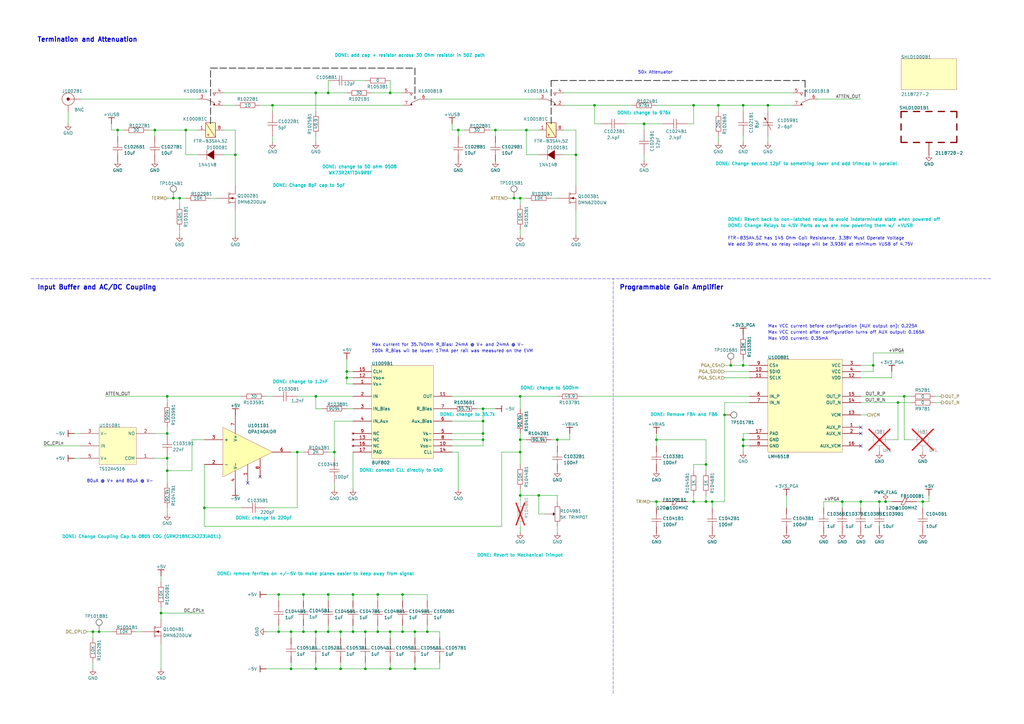
<source format=kicad_sch>
(kicad_sch (version 20250114) (generator "eeschema") (generator_version "9.0")
  (paper "A3")
  (title_block (title "ThunderScope") (rev "5") (company "EEVengers") (comment 1 "Aleksa Bjelogrlic"))
  (text "WK73R2ATTD49R9F" (at 134.62 71.12 0) (effects (font (size 1.27 1.27) (thickness 0.254) (bold yes)) (justify left)))
  (text "DONE: Revert back to non-latched relays to avoid indeterminate state when powered off" (at 298.45 90.17 0) (effects (font (size 1.27 1.27) (thickness 0.254) (bold yes)) (justify left)))
  (text "Termination and Attenuation" (at 15.24 15.24 0) (effects (font (size 1.905 1.905) (thickness 0.381) (bold yes)) (justify left top)))
  (text "We add 30 ohms, so relay voltage will be 3.936V at minimum VUSB of 4.75V " (at 298.45 100.33 0) (effects (font (size 1.27 1.27) (thickness 0.1588)) (justify left)))
  (text "DONE: Change Coupling Cap to 0805 C0G (GRM21B5C2A223JA01L)" (at 25.4 220.98 0) (effects (font (size 1.27 1.27) (thickness 0.254) (bold yes)) (justify left bottom)))
  (text "Input Buffer and AC/DC Coupling" (at 15.24 116.84 0) (effects (font (size 1.905 1.905) (thickness 0.381) (bold yes)) (justify left top)))
  (text "DONE: Remove FB4 and FB6" (at 266.7 170.18 0) (effects (font (size 1.27 1.27) (thickness 0.254) (bold yes)) (justify left)))
  (text "DONE: Revert to Mechanical Trimpot" (at 195.58 228.6 0) (effects (font (size 1.27 1.27) (thickness 0.254) (bold yes)) (justify left bottom)))
  (text "DONE: change to 35.7k" (at 180.34 170.18 0) (effects (font (size 1.27 1.27) (thickness 0.254) (bold yes)) (justify left)))
  (text "Max current for 35.7kOhm R_Bias: 24mA @ V+ and 24mA @ V-" (at 152.4 142.24 0) (effects (font (size 1.27 1.27) (thickness 0.1588)) (justify left bottom)))
  (text "FTR-B3SA4.5Z has 145 Ohm Coil Resistance, 3.38V Must Operate Voltage" (at 298.45 97.79 0) (effects (font (size 1.27 1.27) (thickness 0.1588)) (justify left)))
  (text "100k R_Bias wil be lower: 17mA per rail was measured on the EVM" (at 152.4 144.78 0) (effects (font (size 1.27 1.27) (thickness 0.1588)) (justify left bottom)))
  (text "DONE: change to 1.2nF" (at 111.76 157.48 0) (effects (font (size 1.27 1.27) (thickness 0.254) (bold yes)) (justify left bottom)))
  (text "DONE: add cap + resistor across 30 Ohm resistor in 50Z path" (at 137.16 22.86 0) (effects (font (size 1.27 1.27) (thickness 0.254) (bold yes)) (justify left)))
  (text "DONE: change to 220pF" (at 96.52 213.36 0) (effects (font (size 1.27 1.27) (thickness 0.254) (bold yes)) (justify left bottom)))
  (text "DONE: connect CLL directly to GND" (at 147.32 193.04 0) (effects (font (size 1.27 1.27) (thickness 0.254) (bold yes)) (justify left)))
  (text "80uA @ V+ and 80uA @ V-" (at 35.56 198.12 0) (effects (font (size 1.27 1.27) (thickness 0.1588)) (justify left bottom)))
  (text "DONE: Change second 12pF to something lower and add trimcap in parallel\n" (at 293.37 67.31 0) (effects (font (size 1.27 1.27) (thickness 0.254) (bold yes)) (justify left)))
  (text "DONE: change to 976k" (at 264.16 45.72 0) (effects (font (size 1.27 1.27) (thickness 0.254) (bold yes)) (justify top)))
  (text "Max VDD current: 0.35mA" (at 314.96 139.7 0) (effects (font (size 1.27 1.27) (thickness 0.1588)) (justify left bottom)))
  (text "DONE: Change 8pF cap to 5pF" (at 111.76 76.2 0) (effects (font (size 1.27 1.27) (thickness 0.254) (bold yes)) (justify left)))
  (text "DONE: remove ferrites on +/-5V to make planes easier to keep away from signal" (at 88.9 236.22 0) (effects (font (size 1.27 1.27) (thickness 0.254) (bold yes)) (justify left bottom)))
  (text "Max VCC current before configuration (AUX output on): 0.225A" (at 314.96 134.62 0) (effects (font (size 1.27 1.27) (thickness 0.1588)) (justify left bottom)))
  (text "Max VCC current after configuration turns off AUX output: 0.165A" (at 314.96 137.16 0) (effects (font (size 1.27 1.27) (thickness 0.1588)) (justify left bottom)))
  (text "DONE: change to 50 ohm 0508" (at 132.08 68.58 0) (effects (font (size 1.27 1.27) (thickness 0.254) (bold yes)) (justify left)))
  (text "Programmable Gain Amplifier" (at 254 116.84 0) (effects (font (size 1.905 1.905) (thickness 0.381) (bold yes)) (justify left top)))
  (text "DONE: change to 50Ohm" (at 213.36 160.02 0) (effects (font (size 1.27 1.27) (thickness 0.254) (bold yes)) (justify left bottom)))
  (text "50x Attenuator" (at 261.62 30.48 0) (effects (font (size 1.27 1.27) (thickness 0.1588)) (justify left bottom)))
  (text "DONE: Change Relays to 4.5V Parts as we are now powering them w/ +VUSB" (at 298.45 92.71 0) (effects (font (size 1.27 1.27) (thickness 0.254) (bold yes)) (justify left)))
  (junction (at 304.8 43.18))
  (junction (at 269.24 205.74))
  (junction (at 129.54 259.08))
  (junction (at 187.96 53.34))
  (junction (at 213.36 180.34))
  (junction (at 38.1 259.08))
  (junction (at 154.94 243.84))
  (junction (at 299.72 149.86))
  (junction (at 213.36 185.42))
  (junction (at 40.64 259.08))
  (junction (at 139.7 274.32))
  (junction (at 160.02 38.1))
  (junction (at 198.12 180.34))
  (junction (at 137.16 185.42))
  (junction (at 289.56 205.74))
  (junction (at 66.04 251.46))
  (junction (at 68.58 187.96))
  (junction (at 134.62 259.08))
  (junction (at 129.54 274.32))
  (junction (at 220.98 203.2))
  (junction (at 124.46 259.08))
  (junction (at 289.56 190.5))
  (junction (at 83.82 208.28))
  (junction (at 68.58 162.56))
  (junction (at 264.16 50.8))
  (junction (at 114.3 243.84))
  (junction (at 304.8 180.34))
  (junction (at 142.24 152.4))
  (junction (at 119.38 274.32))
  (junction (at 165.1 243.84))
  (junction (at 154.94 259.08))
  (junction (at 121.92 185.42))
  (junction (at 170.18 274.32))
  (junction (at 129.54 38.1))
  (junction (at 314.96 43.18))
  (junction (at 215.9 53.34))
  (junction (at 378.46 205.74))
  (junction (at 345.44 205.74))
  (junction (at 292.1 205.74))
  (junction (at 114.3 259.08))
  (junction (at 358.14 149.86))
  (junction (at 198.12 167.64))
  (junction (at 198.12 177.8))
  (junction (at 360.68 205.74))
  (junction (at 368.3 165.1))
  (junction (at 48.26 53.34))
  (junction (at 134.62 243.84))
  (junction (at 111.76 43.18))
  (junction (at 213.36 162.56))
  (junction (at 284.48 205.74))
  (junction (at 134.62 38.1))
  (junction (at 297.18 170.18))
  (junction (at 144.78 243.84))
  (junction (at 165.1 259.08))
  (junction (at 304.8 149.86))
  (junction (at 198.12 172.72))
  (junction (at 170.18 259.08))
  (junction (at 96.52 63.5))
  (junction (at 304.8 182.88))
  (junction (at 63.5 53.34))
  (junction (at 129.54 162.56))
  (junction (at 119.38 259.08))
  (junction (at 160.02 274.32))
  (junction (at 142.24 154.94))
  (junction (at 284.48 43.18))
  (junction (at 213.36 203.2))
  (junction (at 269.24 180.34))
  (junction (at 149.86 259.08))
  (junction (at 124.46 243.84))
  (junction (at 76.2 53.34))
  (junction (at 73.66 81.28))
  (junction (at 243.84 43.18))
  (junction (at 213.36 81.28))
  (junction (at 228.6 180.34))
  (junction (at 139.7 259.08))
  (junction (at 68.58 177.8))
  (junction (at 363.22 205.74))
  (junction (at 144.78 259.08))
  (junction (at 160.02 259.08))
  (junction (at 68.58 193.04))
  (junction (at 353.06 205.74))
  (junction (at 236.22 63.5))
  (junction (at 203.2 53.34))
  (junction (at 71.12 81.28))
  (junction (at 149.86 274.32))
  (junction (at 210.82 81.28))
  (junction (at 294.64 43.18))
  (junction (at 175.26 259.08))
  (junction (at 370.84 162.56))
  (no_connect (at 353.06 175.26))
  (no_connect (at 353.06 182.88))
  (no_connect (at 106.68 195.58))
  (no_connect (at 353.06 177.8))
  (no_connect (at 101.6 198.12))
  (wire (pts (xy 27.94 45.72) (xy 27.94 50.8)))
  (polyline (pts (xy 86.36 27.94) (xy 170.18 27.94)) (stroke (width 0.254) (type dash) (color 0 0 0 1)))
  (wire (pts (xy 165.1 259.08) (xy 170.18 259.08)))
  (wire (pts (xy 109.22 274.32) (xy 119.38 274.32)))
  (wire (pts (xy 124.46 243.84) (xy 134.62 243.84)))
  (wire (pts (xy 213.36 96.52) (xy 213.36 93.98)))
  (wire (pts (xy 109.22 208.28) (xy 121.92 208.28)))
  (wire (pts (xy 144.78 200.66) (xy 144.78 185.42)))
  (wire (pts (xy 297.18 165.1) (xy 307.34 165.1)))
  (wire (pts (xy 294.64 55.88) (xy 294.64 58.42)))
  (wire (pts (xy 284.48 43.18) (xy 269.24 43.18)))
  (wire (pts (xy 304.8 182.88) (xy 304.8 185.42)))
  (wire (pts (xy 198.12 167.64) (xy 198.12 172.72)))
  (wire (pts (xy 76.2 53.34) (xy 76.2 63.5)))
  (wire (pts (xy 236.22 63.5) (xy 236.22 76.2)))
  (wire (pts (xy 160.02 261.62) (xy 160.02 259.08)))
  (wire (pts (xy 185.42 177.8) (xy 198.12 177.8)))
  (wire (pts (xy 63.5 55.88) (xy 63.5 53.34)))
  (wire (pts (xy 60.96 53.34) (xy 63.5 53.34)))
  (wire (pts (xy 30.48 177.8) (xy 33.02 177.8)))
  (wire (pts (xy 160.02 33.02) (xy 160.02 38.1)))
  (wire (pts (xy 243.84 43.18) (xy 259.08 43.18)))
  (wire (pts (xy 378.46 208.28) (xy 378.46 205.74)))
  (wire (pts (xy 213.36 218.44) (xy 213.36 215.9)))
  (wire (pts (xy 297.18 152.4) (xy 307.34 152.4)))
  (wire (pts (xy 187.96 53.34) (xy 190.5 53.34)))
  (wire (pts (xy 213.36 167.64) (xy 213.36 162.56)))
  (wire (pts (xy 129.54 38.1) (xy 134.62 38.1)))
  (wire (pts (xy 284.48 205.74) (xy 284.48 203.2)))
  (wire (pts (xy 83.82 215.9) (xy 83.82 208.28)))
  (wire (pts (xy 292.1 205.74) (xy 297.18 205.74)))
  (wire (pts (xy 353.06 154.94) (xy 365.76 154.94)))
  (wire (pts (xy 284.48 43.18) (xy 294.64 43.18)))
  (wire (pts (xy 63.5 53.34) (xy 76.2 53.34)))
  (wire (pts (xy 355.6 170.18) (xy 353.06 170.18)))
  (wire (pts (xy 175.26 259.08) (xy 180.34 259.08)))
  (wire (pts (xy 144.78 259.08) (xy 144.78 256.54)))
  (wire (pts (xy 205.74 185.42) (xy 205.74 215.9)))
  (wire (pts (xy 256.54 50.8) (xy 264.16 50.8)))
  (wire (pts (xy 314.96 43.18) (xy 325.12 43.18)))
  (wire (pts (xy 68.58 177.8) (xy 68.58 175.26)))
  (wire (pts (xy 129.54 271.78) (xy 129.54 274.32)))
  (wire (pts (xy 149.86 271.78) (xy 149.86 274.32)))
  (wire (pts (xy 66.04 251.46) (xy 83.82 251.46)))
  (wire (pts (xy 137.16 185.42) (xy 137.16 172.72)))
  (wire (pts (xy 337.82 205.74) (xy 345.44 205.74)))
  (wire (pts (xy 215.9 180.34) (xy 213.36 180.34)))
  (wire (pts (xy 175.26 243.84) (xy 175.26 246.38)))
  (wire (pts (xy 185.42 53.34) (xy 187.96 53.34)))
  (wire (pts (xy 294.64 45.72) (xy 294.64 43.18)))
  (wire (pts (xy 304.8 182.88) (xy 307.34 182.88)))
  (wire (pts (xy 134.62 33.02) (xy 134.62 38.1)))
  (wire (pts (xy 180.34 274.32) (xy 180.34 271.78)))
  (wire (pts (xy 304.8 177.8) (xy 304.8 180.34)))
  (wire (pts (xy 220.98 40.64) (xy 175.26 40.64)))
  (wire (pts (xy 38.1 259.08) (xy 40.64 259.08)))
  (wire (pts (xy 119.38 274.32) (xy 129.54 274.32)))
  (wire (pts (xy 144.78 246.38) (xy 144.78 243.84)))
  (wire (pts (xy 289.56 180.34) (xy 289.56 190.5)))
  (wire (pts (xy 111.76 45.72) (xy 111.76 43.18)))
  (wire (pts (xy 360.68 208.28) (xy 360.68 205.74)))
  (polyline (pts (xy 330.2 33.02) (xy 330.2 40.64)) (stroke (width 0.254) (type dash) (color 0 0 0 1)))
  (wire (pts (xy 91.44 43.18) (xy 96.52 43.18)))
  (wire (pts (xy 114.3 246.38) (xy 114.3 243.84)))
  (wire (pts (xy 139.7 259.08) (xy 144.78 259.08)))
  (wire (pts (xy 231.14 43.18) (xy 243.84 43.18)))
  (wire (pts (xy 213.36 162.56) (xy 228.6 162.56)))
  (polyline (pts (xy 12.7 114.3) (xy 406.4 114.3)) (stroke (width 0.127) (type dash)))
  (wire (pts (xy 73.66 96.52) (xy 73.66 93.98)))
  (wire (pts (xy 381 205.74) (xy 381 203.2)))
  (wire (pts (xy 185.42 182.88) (xy 198.12 182.88)))
  (wire (pts (xy 345.44 205.74) (xy 353.06 205.74)))
  (wire (pts (xy 284.48 205.74) (xy 289.56 205.74)))
  (wire (pts (xy 66.04 274.32) (xy 66.04 264.16)))
  (wire (pts (xy 78.74 193.04) (xy 78.74 180.34)))
  (wire (pts (xy 213.36 203.2) (xy 220.98 203.2)))
  (wire (pts (xy 233.68 180.34) (xy 233.68 177.8)))
  (wire (pts (xy 175.26 259.08) (xy 175.26 256.54)))
  (wire (pts (xy 304.8 58.42) (xy 304.8 55.88)))
  (wire (pts (xy 83.82 208.28) (xy 99.06 208.28)))
  (wire (pts (xy 228.6 203.2) (xy 228.6 205.74)))
  (wire (pts (xy 38.1 261.62) (xy 38.1 259.08)))
  (wire (pts (xy 109.22 243.84) (xy 114.3 243.84)))
  (wire (pts (xy 139.7 271.78) (xy 139.7 274.32)))
  (wire (pts (xy 360.68 205.74) (xy 363.22 205.74)))
  (wire (pts (xy 68.58 208.28) (xy 68.58 210.82)))
  (wire (pts (xy 353.06 205.74) (xy 360.68 205.74)))
  (wire (pts (xy 269.24 208.28) (xy 269.24 205.74)))
  (wire (pts (xy 337.82 208.28) (xy 337.82 205.74)))
  (wire (pts (xy 345.44 208.28) (xy 345.44 205.74)))
  (wire (pts (xy 96.52 53.34) (xy 96.52 63.5)))
  (wire (pts (xy 314.96 43.18) (xy 314.96 45.72)))
  (wire (pts (xy 96.52 63.5) (xy 96.52 76.2)))
  (wire (pts (xy 137.16 187.96) (xy 137.16 185.42)))
  (wire (pts (xy 45.72 53.34) (xy 48.26 53.34)))
  (wire (pts (xy 215.9 81.28) (xy 213.36 81.28)))
  (wire (pts (xy 220.98 210.82) (xy 223.52 210.82)))
  (wire (pts (xy 45.72 50.8) (xy 45.72 53.34)))
  (wire (pts (xy 213.36 185.42) (xy 205.74 185.42)))
  (wire (pts (xy 213.36 200.66) (xy 213.36 203.2)))
  (wire (pts (xy 86.36 81.28) (xy 88.9 81.28)))
  (wire (pts (xy 304.8 43.18) (xy 304.8 45.72)))
  (wire (pts (xy 17.78 182.88) (xy 33.02 182.88)))
  (wire (pts (xy 226.06 81.28) (xy 228.6 81.28)))
  (wire (pts (xy 35.56 259.08) (xy 38.1 259.08)))
  (wire (pts (xy 149.86 259.08) (xy 149.86 261.62)))
  (wire (pts (xy 96.52 96.52) (xy 96.52 86.36)))
  (wire (pts (xy 160.02 259.08) (xy 165.1 259.08)))
  (wire (pts (xy 198.12 177.8) (xy 198.12 172.72)))
  (wire (pts (xy 281.94 205.74) (xy 284.48 205.74)))
  (wire (pts (xy 266.7 205.74) (xy 269.24 205.74)))
  (wire (pts (xy 289.56 205.74) (xy 292.1 205.74)))
  (wire (pts (xy 152.4 38.1) (xy 160.02 38.1)))
  (wire (pts (xy 121.92 185.42) (xy 124.46 185.42)))
  (wire (pts (xy 154.94 259.08) (xy 154.94 256.54)))
  (wire (pts (xy 289.56 205.74) (xy 289.56 203.2)))
  (wire (pts (xy 144.78 152.4) (xy 142.24 152.4)))
  (wire (pts (xy 269.24 182.88) (xy 269.24 180.34)))
  (wire (pts (xy 322.58 203.2) (xy 322.58 208.28)))
  (wire (pts (xy 134.62 259.08) (xy 139.7 259.08)))
  (wire (pts (xy 76.2 81.28) (xy 73.66 81.28)))
  (wire (pts (xy 297.18 149.86) (xy 299.72 149.86)))
  (wire (pts (xy 91.44 38.1) (xy 129.54 38.1)))
  (wire (pts (xy 165.1 256.54) (xy 165.1 259.08)))
  (wire (pts (xy 121.92 162.56) (xy 129.54 162.56)))
  (wire (pts (xy 304.8 180.34) (xy 304.8 182.88)))
  (wire (pts (xy 142.24 167.64) (xy 144.78 167.64)))
  (wire (pts (xy 170.18 259.08) (xy 175.26 259.08)))
  (wire (pts (xy 269.24 180.34) (xy 269.24 177.8)))
  (wire (pts (xy 68.58 193.04) (xy 68.58 187.96)))
  (wire (pts (xy 129.54 167.64) (xy 129.54 162.56)))
  (wire (pts (xy 55.88 259.08) (xy 58.42 259.08)))
  (wire (pts (xy 213.36 177.8) (xy 213.36 180.34)))
  (wire (pts (xy 91.44 63.5) (xy 96.52 63.5)))
  (wire (pts (xy 106.68 43.18) (xy 111.76 43.18)))
  (wire (pts (xy 373.38 162.56) (xy 370.84 162.56)))
  (wire (pts (xy 68.58 162.56) (xy 99.06 162.56)))
  (wire (pts (xy 353.06 165.1) (xy 368.3 165.1)))
  (wire (pts (xy 111.76 58.42) (xy 111.76 55.88)))
  (wire (pts (xy 109.22 259.08) (xy 114.3 259.08)))
  (wire (pts (xy 363.22 205.74) (xy 365.76 205.74)))
  (wire (pts (xy 365.76 154.94) (xy 365.76 152.4)))
  (wire (pts (xy 370.84 180.34) (xy 373.38 180.34)))
  (polyline (pts (xy 170.18 27.94) (xy 170.18 40.64)) (stroke (width 0.254) (type dash) (color 0 0 0 1)))
  (wire (pts (xy 213.36 81.28) (xy 213.36 83.82)))
  (wire (pts (xy 66.04 238.76) (xy 66.04 236.22)))
  (wire (pts (xy 220.98 203.2) (xy 228.6 203.2)))
  (wire (pts (xy 129.54 259.08) (xy 129.54 261.62)))
  (wire (pts (xy 76.2 63.5) (xy 81.28 63.5)))
  (wire (pts (xy 236.22 96.52) (xy 236.22 86.36)))
  (wire (pts (xy 134.62 243.84) (xy 144.78 243.84)))
  (wire (pts (xy 48.26 53.34) (xy 50.8 53.34)))
  (wire (pts (xy 71.12 81.28) (xy 68.58 81.28)))
  (wire (pts (xy 299.72 149.86) (xy 304.8 149.86)))
  (wire (pts (xy 91.44 53.34) (xy 96.52 53.34)))
  (wire (pts (xy 213.36 185.42) (xy 213.36 190.5)))
  (wire (pts (xy 358.14 149.86) (xy 358.14 144.78)))
  (wire (pts (xy 383.54 165.1) (xy 386.08 165.1)))
  (wire (pts (xy 185.42 50.8) (xy 185.42 53.34)))
  (wire (pts (xy 269.24 205.74) (xy 271.78 205.74)))
  (wire (pts (xy 76.2 53.34) (xy 81.28 53.34)))
  (wire (pts (xy 213.36 203.2) (xy 213.36 205.74)))
  (wire (pts (xy 264.16 50.8) (xy 271.78 50.8)))
  (wire (pts (xy 198.12 167.64) (xy 203.2 167.64)))
  (wire (pts (xy 114.3 259.08) (xy 114.3 256.54)))
  (wire (pts (xy 129.54 274.32) (xy 139.7 274.32)))
  (wire (pts (xy 370.84 162.56) (xy 353.06 162.56)))
  (wire (pts (xy 368.3 165.1) (xy 373.38 165.1)))
  (wire (pts (xy 203.2 53.34) (xy 215.9 53.34)))
  (wire (pts (xy 144.78 243.84) (xy 154.94 243.84)))
  (wire (pts (xy 48.26 53.34) (xy 48.26 55.88)))
  (wire (pts (xy 68.58 193.04) (xy 78.74 193.04)))
  (wire (pts (xy 370.84 162.56) (xy 370.84 180.34)))
  (wire (pts (xy 292.1 208.28) (xy 292.1 205.74)))
  (wire (pts (xy 297.18 154.94) (xy 307.34 154.94)))
  (wire (pts (xy 289.56 190.5) (xy 284.48 190.5)))
  (wire (pts (xy 228.6 180.34) (xy 233.68 180.34)))
  (wire (pts (xy 154.94 259.08) (xy 160.02 259.08)))
  (wire (pts (xy 294.64 43.18) (xy 304.8 43.18)))
  (wire (pts (xy 307.34 180.34) (xy 304.8 180.34)))
  (wire (pts (xy 142.24 154.94) (xy 142.24 152.4)))
  (wire (pts (xy 149.86 274.32) (xy 160.02 274.32)))
  (wire (pts (xy 304.8 149.86) (xy 307.34 149.86)))
  (wire (pts (xy 304.8 147.32) (xy 304.8 149.86)))
  (wire (pts (xy 215.9 63.5) (xy 220.98 63.5)))
  (wire (pts (xy 375.92 205.74) (xy 378.46 205.74)))
  (wire (pts (xy 243.84 50.8) (xy 243.84 43.18)))
  (wire (pts (xy 78.74 180.34) (xy 83.82 180.34)))
  (wire (pts (xy 63.5 187.96) (xy 68.58 187.96)))
  (polyline (pts (xy 86.36 50.8) (xy 86.36 27.94)) (stroke (width 0.254) (type dash) (color 0 0 0 1)))
  (wire (pts (xy 358.14 144.78) (xy 370.84 144.78)))
  (wire (pts (xy 142.24 152.4) (xy 142.24 147.32)))
  (wire (pts (xy 325.12 38.1) (xy 231.14 38.1)))
  (wire (pts (xy 210.82 81.28) (xy 208.28 81.28)))
  (wire (pts (xy 269.24 180.34) (xy 289.56 180.34)))
  (wire (pts (xy 129.54 162.56) (xy 144.78 162.56)))
  (wire (pts (xy 144.78 259.08) (xy 149.86 259.08)))
  (wire (pts (xy 231.14 53.34) (xy 236.22 53.34)))
  (wire (pts (xy 129.54 58.42) (xy 129.54 55.88)))
  (wire (pts (xy 335.28 40.64) (xy 353.06 40.64)))
  (wire (pts (xy 111.76 43.18) (xy 165.1 43.18)))
  (wire (pts (xy 160.02 274.32) (xy 170.18 274.32)))
  (wire (pts (xy 170.18 259.08) (xy 170.18 261.62)))
  (polyline (pts (xy 226.06 33.02) (xy 330.2 33.02)) (stroke (width 0.254) (type dash) (color 0 0 0 1)))
  (wire (pts (xy 124.46 256.54) (xy 124.46 259.08)))
  (wire (pts (xy 139.7 274.32) (xy 149.86 274.32)))
  (wire (pts (xy 228.6 182.88) (xy 228.6 180.34)))
  (wire (pts (xy 129.54 259.08) (xy 134.62 259.08)))
  (wire (pts (xy 119.38 274.32) (xy 119.38 271.78)))
  (wire (pts (xy 297.18 170.18) (xy 297.18 165.1)))
  (wire (pts (xy 119.38 259.08) (xy 114.3 259.08)))
  (wire (pts (xy 121.92 208.28) (xy 121.92 185.42)))
  (wire (pts (xy 187.96 185.42) (xy 187.96 200.66)))
  (wire (pts (xy 68.58 198.12) (xy 68.58 193.04)))
  (wire (pts (xy 314.96 58.42) (xy 314.96 55.88)))
  (wire (pts (xy 40.64 259.08) (xy 45.72 259.08)))
  (wire (pts (xy 304.8 43.18) (xy 314.96 43.18)))
  (wire (pts (xy 215.9 53.34) (xy 220.98 53.34)))
  (wire (pts (xy 170.18 274.32) (xy 170.18 271.78)))
  (wire (pts (xy 213.36 81.28) (xy 210.82 81.28)))
  (wire (pts (xy 365.76 180.34) (xy 368.3 180.34)))
  (wire (pts (xy 226.06 180.34) (xy 228.6 180.34)))
  (wire (pts (xy 203.2 55.88) (xy 203.2 53.34)))
  (wire (pts (xy 236.22 53.34) (xy 236.22 63.5)))
  (wire (pts (xy 198.12 172.72) (xy 185.42 172.72)))
  (wire (pts (xy 368.3 180.34) (xy 368.3 165.1)))
  (wire (pts (xy 68.58 165.1) (xy 68.58 162.56)))
  (wire (pts (xy 289.56 190.5) (xy 289.56 193.04)))
  (wire (pts (xy 353.06 149.86) (xy 358.14 149.86)))
  (wire (pts (xy 198.12 182.88) (xy 198.12 180.34)))
  (wire (pts (xy 134.62 185.42) (xy 137.16 185.42)))
  (wire (pts (xy 73.66 81.28) (xy 73.66 83.82)))
  (wire (pts (xy 66.04 254) (xy 66.04 251.46)))
  (wire (pts (xy 144.78 157.48) (xy 142.24 157.48)))
  (wire (pts (xy 264.16 63.5) (xy 264.16 66.04)))
  (wire (pts (xy 198.12 180.34) (xy 185.42 180.34)))
  (wire (pts (xy 144.78 33.02) (xy 149.86 33.02)))
  (wire (pts (xy 297.18 205.74) (xy 297.18 170.18)))
  (wire (pts (xy 137.16 200.66) (xy 137.16 198.12)))
  (wire (pts (xy 134.62 38.1) (xy 142.24 38.1)))
  (wire (pts (xy 154.94 246.38) (xy 154.94 243.84)))
  (wire (pts (xy 220.98 203.2) (xy 220.98 210.82)))
  (wire (pts (xy 38.1 271.78) (xy 38.1 274.32)))
  (wire (pts (xy 73.66 81.28) (xy 71.12 81.28)))
  (wire (pts (xy 200.66 53.34) (xy 203.2 53.34)))
  (wire (pts (xy 170.18 274.32) (xy 180.34 274.32)))
  (wire (pts (xy 307.34 177.8) (xy 304.8 177.8)))
  (wire (pts (xy 30.48 187.96) (xy 33.02 187.96)))
  (wire (pts (xy 238.76 162.56) (xy 307.34 162.56)))
  (polyline (pts (xy 251.46 284.48) (xy 251.46 114.3)) (stroke (width 0.127) (type dash)))
  (wire (pts (xy 353.06 152.4) (xy 358.14 152.4)))
  (wire (pts (xy 246.38 50.8) (xy 243.84 50.8)))
  (wire (pts (xy 205.74 215.9) (xy 83.82 215.9)))
  (wire (pts (xy 185.42 185.42) (xy 187.96 185.42)))
  (wire (pts (xy 134.62 246.38) (xy 134.62 243.84)))
  (wire (pts (xy 195.58 167.64) (xy 198.12 167.64)))
  (wire (pts (xy 353.06 208.28) (xy 353.06 205.74)))
  (wire (pts (xy 149.86 259.08) (xy 154.94 259.08)))
  (wire (pts (xy 63.5 177.8) (xy 68.58 177.8)))
  (wire (pts (xy 198.12 180.34) (xy 198.12 177.8)))
  (wire (pts (xy 121.92 185.42) (xy 119.38 185.42)))
  (wire (pts (xy 66.04 251.46) (xy 66.04 248.92)))
  (wire (pts (xy 139.7 259.08) (xy 139.7 261.62)))
  (wire (pts (xy 165.1 243.84) (xy 175.26 243.84)))
  (wire (pts (xy 119.38 259.08) (xy 119.38 261.62)))
  (wire (pts (xy 284.48 43.18) (xy 284.48 50.8)))
  (wire (pts (xy 264.16 53.34) (xy 264.16 50.8)))
  (wire (pts (xy 129.54 38.1) (xy 129.54 45.72)))
  (wire (pts (xy 378.46 205.74) (xy 381 205.74)))
  (wire (pts (xy 160.02 274.32) (xy 160.02 271.78)))
  (wire (pts (xy 187.96 53.34) (xy 187.96 55.88)))
  (wire (pts (xy 132.08 167.64) (xy 129.54 167.64)))
  (wire (pts (xy 284.48 50.8) (xy 281.94 50.8)))
  (wire (pts (xy 284.48 190.5) (xy 284.48 193.04)))
  (wire (pts (xy 160.02 38.1) (xy 165.1 38.1)))
  (wire (pts (xy 134.62 259.08) (xy 134.62 256.54)))
  (wire (pts (xy 358.14 152.4) (xy 358.14 149.86)))
  (wire (pts (xy 180.34 259.08) (xy 180.34 261.62)))
  (wire (pts (xy 83.82 208.28) (xy 83.82 190.5)))
  (wire (pts (xy 137.16 172.72) (xy 144.78 172.72)))
  (wire (pts (xy 231.14 63.5) (xy 236.22 63.5)))
  (wire (pts (xy 144.78 154.94) (xy 142.24 154.94)))
  (wire (pts (xy 215.9 53.34) (xy 215.9 63.5)))
  (wire (pts (xy 165.1 243.84) (xy 165.1 246.38)))
  (polyline (pts (xy 226.06 50.8) (xy 226.06 33.02)) (stroke (width 0.254) (type dash) (color 0 0 0 1)))
  (wire (pts (xy 383.54 162.56) (xy 386.08 162.56)))
  (wire (pts (xy 228.6 218.44) (xy 228.6 215.9)))
  (wire (pts (xy 124.46 259.08) (xy 119.38 259.08)))
  (wire (pts (xy 124.46 259.08) (xy 129.54 259.08)))
  (wire (pts (xy 185.42 162.56) (xy 213.36 162.56)))
  (wire (pts (xy 213.36 180.34) (xy 213.36 185.42)))
  (wire (pts (xy 109.22 162.56) (xy 111.76 162.56)))
  (wire (pts (xy 154.94 243.84) (xy 165.1 243.84)))
  (wire (pts (xy 124.46 246.38) (xy 124.46 243.84)))
  (wire (pts (xy 114.3 243.84) (xy 124.46 243.84)))
  (wire (pts (xy 68.58 162.56) (xy 43.18 162.56)))
  (wire (pts (xy 33.02 40.64) (xy 81.28 40.64)))
  (wire (pts (xy 142.24 157.48) (xy 142.24 154.94)))
  (label "DC_CPLn" (at 17.78 182.88 0))
  (label "+VPGA" (at 337.82 205.74 0))
  (label "ATTEN_OUT" (at 43.18 162.56 0))
  (label "DC_CPLn" (at 83.82 251.46 180))
  (label "OUT_R_N" (at 363.22 165.1 180))
  (label "OUT_R_P" (at 363.22 162.56 180))
  (label "ATTEN_OUT" (at 353.06 40.64 180))
  (label "+VPGA" (at 370.84 144.78 180))
  (hierarchical_label "OUT_N" (shape output) (at 386.08 165.1 0))
  (hierarchical_label "DC_CPL" (shape input) (at 35.56 259.08 180))
  (hierarchical_label "PGA_CSn" (shape input) (at 297.18 149.86 180))
  (hierarchical_label "PGA_SCLK" (shape input) (at 297.18 154.94 180))
  (hierarchical_label "TRIM" (shape input) (at 266.7 205.74 180))
  (hierarchical_label "PGA_SDIO" (shape input) (at 297.18 152.4 180))
  (hierarchical_label "VCM" (shape input) (at 355.6 170.18 0))
  (hierarchical_label "TERM" (shape input) (at 68.58 81.28 180))
  (hierarchical_label "OUT_P" (shape output) (at 386.08 162.56 0))
  (hierarchical_label "ATTEN" (shape input) (at 208.28 81.28 180))
  (symbol (lib_id "Thunderscope_Rev5:GND") (at 304.8 58.42 0) (unit 1)
    (property "Reference" "#PWR069" (effects (hide yes)))
    (property "Value" "GND" (at 304.8 62.23 0))
    (property "Description" "Power symbol creates a global label with name \"GND\" , ground" (effects (hide yes)))
    (instances (project "Thunderscope_Rev5" (path "" (reference "#PWR070") (unit 1)) (path "" (reference "#PWR069") (unit 1)) (path "" (reference "#PWR071") (unit 1)) (path "" (reference "#PWR072") (unit 1))))
  )
  (symbol (lib_id "Thunderscope_Rev5:RELAY DPDT-NO FTR-B3SA4.5Z") (at 86.36 40.64 0) (unit 1)
    (property "Reference" "K1000A1" (at 85.09 38.1 0) (effects (justify right bottom)))
    (property "Value" "FTR-B3SA4.5Z" (effects (hide yes)))
    (property "Footprint" "Thunderscope_Rev5:FUJ_FTR-B3SA" (effects (hide yes)))
    (property "MANUFACTURER" "Fujitsu" (effects (hide yes)))
    (property "MANUFACTURER PART NUMBER" "FTR-B3SA4.5Z" (effects (hide yes)))
    (property "SUPPLIER 1" "Mouser" (effects (hide yes)))
    (property "SUPPLIER PART NUMBER 1" "817-FTR-B3SA4.5Z" (effects (hide yes)))
    (instances (project "" (path "" (reference "K1000B1") (unit 1)) (path "" (reference "K1000A1") (unit 1)) (path "" (reference "K1000C1") (unit 1)) (path "" (reference "K1000D1") (unit 1))))
  )
  (symbol (lib_id "Thunderscope_Rev5:NMOS DMN62D0UW") (at 63.5 259.08 0) (unit 1)
    (property "Reference" "Q1004A1" (at 66.802 258.826 0) (effects (justify left bottom)))
    (property "Value" "DMN62D0UW" (at 66.802 261.366 0) (effects (justify left bottom)))
    (property "Footprint" "Thunderscope_Rev5:GEN_SOT_323" (effects (hide yes)))
    (property "VDSS" "60V" (effects (hide yes)))
    (property "SUPPLIER 1" "Mouser" (effects (hide yes)))
    (property "SUPPLIER PART NUMBER 1" "621-DMN62D0UW-7" (effects (hide yes)))
    (property "HOUSE PART NUMBER" "DMN62D0UW-7" (effects (hide yes)))
    (property "MANUFACTURER" "Diodes" (effects (hide yes)))
    (property "MANUFACTURER PART NUMBER" "DMN62D0UW-7" (effects (hide yes)))
    (instances (project "" (path "" (reference "Q1004B1") (unit 1)) (path "" (reference "Q1004A1") (unit 1)) (path "" (reference "Q1004C1") (unit 1)) (path "" (reference "Q1004D1") (unit 1))))
  )
  (symbol (lib_id "Thunderscope_Rev5:RELAY DPDT-NO FTR-B3SA4.5Z") (at 86.36 53.34 0) (unit 3)
    (property "Reference" "K1000A1" (at 85.09 49.53 0) (effects (justify right bottom)))
    (property "Value" "FTR-B3SA4.5Z" (at 86.36 57.15 0) (effects (justify top)))
    (property "Footprint" "Thunderscope_Rev5:FUJ_FTR-B3SA" (effects (hide yes)))
    (property "MANUFACTURER" "Fujitsu" (effects (hide yes)))
    (property "MANUFACTURER PART NUMBER" "FTR-B3SA4.5Z" (effects (hide yes)))
    (property "SUPPLIER 1" "Mouser" (effects (hide yes)))
    (property "SUPPLIER PART NUMBER 1" "817-FTR-B3SA4.5Z" (effects (hide yes)))
    (instances (project "" (path "" (reference "K1000B1") (unit 3)) (path "" (reference "K1000A1") (unit 3)) (path "" (reference "K1000C1") (unit 3)) (path "" (reference "K1000D1") (unit 3))))
  )
  (symbol (lib_id "Thunderscope_Rev5:RES 2K OHM 1% 1/16W 0402") (at 129.54 185.42 0) (unit 1)
    (property "Reference" "R1043A1" (at 126.54 184.364 0) (effects (justify left bottom)))
    (property "Value" "2K" (at 129.54 185.42 0))
    (property "Footprint" "Thunderscope_Rev5:GEN_R_0402" (effects (hide yes)))
    (property "TOLERANCE" "1%" (effects (hide yes)))
    (property "PACKAGE" "0402" (effects (hide yes)))
    (property "SUPPLIER 1" "Mouser" (effects (hide yes)))
    (property "SUPPLIER PART NUMBER 1" "603-RC0402FR-072KL" (effects (hide yes)))
    (property "MANUFACTURER" "Yageo" (effects (hide yes)))
    (property "MANUFACTURER PART NUMBER" "RC0402FR-072KL" (effects (hide yes)))
    (instances (project "" (path "" (reference "R1043B1") (unit 1)) (path "" (reference "R1043A1") (unit 1)) (path "" (reference "R1043C1") (unit 1)) (path "" (reference "R1043D1") (unit 1))))
  )
  (symbol (lib_id "Thunderscope_Rev5:GND") (at 129.54 58.42 0) (unit 1)
    (property "Reference" "#PWR041" (effects (hide yes)))
    (property "Value" "GND" (at 129.54 62.23 0))
    (property "Description" "Power symbol creates a global label with name \"GND\" , ground" (effects (hide yes)))
    (instances (project "Thunderscope_Rev5" (path "" (reference "#PWR042") (unit 1)) (path "" (reference "#PWR041") (unit 1)) (path "" (reference "#PWR043") (unit 1)) (path "" (reference "#PWR044") (unit 1))))
  )
  (symbol (lib_id "Thunderscope_Rev5:RES 10K OHM 1% 1/10W 0402") (at 66.04 243.84 90) (unit 1)
    (property "Reference" "R1050A1" (at 68.58 243.84 0))
    (property "Value" "10K" (at 66.04 243.84 0))
    (property "Footprint" "Thunderscope_Rev5:GEN_R_0402" (effects (hide yes)))
    (property "TOLERANCE" "1%" (effects (hide yes)))
    (property "PACKAGE" "0402" (effects (hide yes)))
    (property "SUPPLIER 1" "Mouser" (effects (hide yes)))
    (property "SUPPLIER PART NUMBER 1" "667-ERJ-2RKF1002X" (effects (hide yes)))
    (property "MANUFACTURER" "Panasonic" (effects (hide yes)))
    (property "MANUFACTURER PART NUMBER" "ERJ-2RKF1002X" (effects (hide yes)))
    (instances (project "" (path "" (reference "R1050B1") (unit 1)) (path "" (reference "R1050A1") (unit 1)) (path "" (reference "R1050C1") (unit 1)) (path "" (reference "R1050D1") (unit 1))))
  )
  (symbol (lib_id "Thunderscope_Rev5:IC OPAMP OPA140") (at 101.6 185.42 0) (unit 1)
    (property "Reference" "U1011A1" (at 101.6 175.26 0) (effects (justify left bottom)))
    (property "Value" "OPA140AIDR" (at 101.6 177.8 0) (effects (justify left bottom)))
    (property "Footprint" "Thunderscope_Rev5:TI_SOIC8_D0008A" (effects (hide yes)))
    (property "SUPPLIER 1" "Texas Instruments" (effects (hide yes)))
    (property "SUPPLIER PART NUMBER 1" "OPA140AIDR" (effects (hide yes)))
    (property "MANUFACTURER" "Texas Instruments" (effects (hide yes)))
    (property "MANUFACTURER PART NUMBER" "OPA140AIDR" (effects (hide yes)))
    (instances (project "" (path "" (reference "U1011B1") (unit 1)) (path "" (reference "U1011A1") (unit 1)) (path "" (reference "U1011C1") (unit 1)) (path "" (reference "U1011D1") (unit 1))))
  )
  (symbol (lib_id "Thunderscope_Rev5:GND") (at 187.96 66.04 0) (unit 1)
    (property "Reference" "#PWR045" (effects (hide yes)))
    (property "Value" "GND" (at 187.96 69.85 0))
    (property "Description" "Power symbol creates a global label with name \"GND\" , ground" (effects (hide yes)))
    (instances (project "Thunderscope_Rev5" (path "" (reference "#PWR046") (unit 1)) (path "" (reference "#PWR045") (unit 1)) (path "" (reference "#PWR047") (unit 1)) (path "" (reference "#PWR048") (unit 1))))
  )
  (symbol (lib_id "Thunderscope_Rev5:CAP 100nF 16V X7R 0402") (at 269.24 187.96 0) (unit 1)
    (property "Reference" "C1033A1" (at 271.78 187.96 0) (effects (justify left bottom)))
    (property "Value" "100nF" (at 271.78 190.5 0) (effects (justify left bottom)))
    (property "Footprint" "Thunderscope_Rev5:GEN_C_0402" (effects (hide yes)))
    (property "PACKAGE" "0402" (effects (hide yes)))
    (property "VOLTAGE RATING" "16V" (effects (hide yes)))
    (property "SUPPLIER 1" "Mouser" (effects (hide yes)))
    (property "SUPPLIER PART NUMBER 1" "81-GCM155R71C104KA5D" (effects (hide yes)))
    (property "HOUSE PART NUMBER" "C-100nF-0402-002" (effects (hide yes)))
    (property "MANUFACTURER" "Murata" (effects (hide yes)))
    (property "MANUFACTURER PART NUMBER" "GCM155R71C104KA55D" (effects (hide yes)))
    (instances (project "" (path "" (reference "C1033B1") (unit 1)) (path "" (reference "C1033A1") (unit 1)) (path "" (reference "C1033C1") (unit 1)) (path "" (reference "C1033D1") (unit 1))))
  )
  (symbol (lib_id "Thunderscope_Rev5:CAP 220pF 50V C0G 0402") (at 104.14 208.28 0) (unit 1)
    (property "Reference" "C1035A1" (at 101.346 206.026 0) (effects (justify left bottom)))
    (property "Value" "220pF" (at 106.68 210.82 0) (effects (justify left bottom)))
    (property "Footprint" "Thunderscope_Rev5:GEN_C_0402" (effects (hide yes)))
    (property "PACKAGE" "0402" (effects (hide yes)))
    (property "TEMPERATURE COEFFICIENT" "C0G" (effects (hide yes)))
    (property "SUPPLIER 1" "Mouser" (effects (hide yes)))
    (property "SUPPLIER PART NUMBER 1" "81-GCM1555C1H221FA6J" (effects (hide yes)))
    (property "VOLTAGE RATING" "50V" (effects (hide yes)))
    (property "MANUFACTURER" "Murata" (effects (hide yes)))
    (property "MANUFACTURER PART NUMBER" "GCM1555C1H221FA16J" (effects (hide yes)))
    (instances (project "" (path "" (reference "C1035B1") (unit 1)) (path "" (reference "C1035A1") (unit 1)) (path "" (reference "C1035C1") (unit 1)) (path "" (reference "C1035D1") (unit 1))))
  )
  (symbol (lib_id "Thunderscope_Rev5:CAP 100nF 16V X7R 0402") (at 292.1 213.36 0) (unit 1)
    (property "Reference" "C1042A1" (at 294.64 213.36 0) (effects (justify left bottom)))
    (property "Value" "100nF" (at 294.64 215.9 0) (effects (justify left bottom)))
    (property "Footprint" "Thunderscope_Rev5:GEN_C_0402" (effects (hide yes)))
    (property "PACKAGE" "0402" (effects (hide yes)))
    (property "VOLTAGE RATING" "16V" (effects (hide yes)))
    (property "SUPPLIER 1" "Mouser" (effects (hide yes)))
    (property "SUPPLIER PART NUMBER 1" "81-GCM155R71C104KA5D" (effects (hide yes)))
    (property "HOUSE PART NUMBER" "C-100nF-0402-002" (effects (hide yes)))
    (property "MANUFACTURER" "Murata" (effects (hide yes)))
    (property "MANUFACTURER PART NUMBER" "GCM155R71C104KA55D" (effects (hide yes)))
    (instances (project "" (path "" (reference "C1042B1") (unit 1)) (path "" (reference "C1042A1") (unit 1)) (path "" (reference "C1042C1") (unit 1)) (path "" (reference "C1042D1") (unit 1))))
  )
  (symbol (lib_id "Thunderscope_Rev5:RES 1K OHM 1% 1/10W 0402") (at 284.48 198.12 0) (unit 1)
    (property "Reference" "R1045A1" (at 281.94 198.12 90))
    (property "Value" "1K" (at 284.48 198.12 90))
    (property "Footprint" "Thunderscope_Rev5:GEN_R_0402" (effects (hide yes)))
    (property "TOLERANCE" "1%" (effects (hide yes)))
    (property "PACKAGE" "0402" (effects (hide yes)))
    (property "SUPPLIER 1" "Mouser" (effects (hide yes)))
    (property "SUPPLIER PART NUMBER 1" "603-RC0402FR-071KL" (effects (hide yes)))
    (property "HOUSE PART NUMBER" "R-1K-0402-1%-001" (effects (hide yes)))
    (property "MANUFACTURER" "Yageo" (effects (hide yes)))
    (property "MANUFACTURER PART NUMBER" "RC0402FR-071KL" (effects (hide yes)))
    (instances (project "" (path "" (reference "R1045B1") (unit 1)) (path "" (reference "R1045A1") (unit 1)) (path "" (reference "R1045C1") (unit 1)) (path "" (reference "R1045D1") (unit 1))))
  )
  (symbol (lib_id "Thunderscope_Rev5:GND") (at 304.8 185.42 0) (unit 1)
    (property "Reference" "#PWR0136" (effects (hide yes)))
    (property "Value" "GND" (at 304.8 189.23 0))
    (property "Description" "Power symbol creates a global label with name \"GND\" , ground" (effects (hide yes)))
    (instances (project "Thunderscope_Rev5" (path "" (reference "#PWR0137") (unit 1)) (path "" (reference "#PWR0136") (unit 1)) (path "" (reference "#PWR0138") (unit 1)) (path "" (reference "#PWR0139") (unit 1))))
  )
  (symbol (lib_id "Thunderscope_Rev5:RES 49.9 OHM 1% 1/10W 0402") (at 233.68 162.56 0) (unit 1)
    (property "Reference" "R1037A1" (at 233.68 165.1 0))
    (property "Value" "49.9" (at 233.68 162.56 0))
    (property "Footprint" "Thunderscope_Rev5:GEN_R_0402" (effects (hide yes)))
    (property "PACKAGE" "0402" (effects (hide yes)))
    (property "SUPPLIER 1" "Mouser" (effects (hide yes)))
    (property "SUPPLIER PART NUMBER 1" "603-RC0402FR-0749R9L" (effects (hide yes)))
    (property "MANUFACTURER" "Yageo" (effects (hide yes)))
    (property "MANUFACTURER PART NUMBER" "RC0402FR-0749R9L" (effects (hide yes)))
    (property "TOLERANCE" "1%" (effects (hide yes)))
    (instances (project "" (path "" (reference "R1037B1") (unit 1)) (path "" (reference "R1037A1") (unit 1)) (path "" (reference "R1037C1") (unit 1)) (path "" (reference "R1037D1") (unit 1))))
  )
  (symbol (lib_id "Thunderscope_Rev5:RES 30 OHM 1% 1/3W 0603") (at 55.88 53.34 0) (unit 1)
    (property "Reference" "R1027A1" (at 52.88 52.284 0) (effects (justify left bottom)))
    (property "Value" "30" (at 55.88 53.34 0))
    (property "Footprint" "Thunderscope_Rev5:GEN_R_0603" (effects (hide yes)))
    (property "PACKAGE" "0603" (effects (hide yes)))
    (property "SUPPLIER 1" "Mouser" (effects (hide yes)))
    (property "SUPPLIER PART NUMBER 1" "660-SG73P1JTTD30R0F" (effects (hide yes)))
    (property "TOLERANCE" "1%" (effects (hide yes)))
    (property "MANUFACTURER" "KOA Speer" (effects (hide yes)))
    (property "MANUFACTURER PART NUMBER" "SG73P1JTTD30R0F" (effects (hide yes)))
    (instances (project "" (path "" (reference "R1027B1") (unit 1)) (path "" (reference "R1027A1") (unit 1)) (path "" (reference "R1027C1") (unit 1)) (path "" (reference "R1027D1") (unit 1))))
  )
  (symbol (lib_id "Thunderscope_Rev5:CAP 2.4pF 250V C0G 0603") (at 276.86 50.8 0) (unit 1)
    (property "Reference" "C1024A1" (at 273.05 54.61 0) (effects (justify left bottom)))
    (property "Value" "2.4pF" (at 274.32 57.15 0) (effects (justify left bottom)))
    (property "Footprint" "Thunderscope_Rev5:GEN_C_0603" (effects (hide yes)))
    (property "PACKAGE" "0603" (effects (hide yes)))
    (property "SUPPLIER 1" "Mouser" (effects (hide yes)))
    (property "SUPPLIER PART NUMBER 1" "80-CBR06C249BAGAC" (effects (hide yes)))
    (property "VOLTAGE RATING" "250V" (effects (hide yes)))
    (property "MANUFACTURER" "KEMET" (effects (hide yes)))
    (property "MANUFACTURER PART NUMBER" "CBR06C249BAGAC" (effects (hide yes)))
    (instances (project "" (path "" (reference "C1024B1") (unit 1)) (path "" (reference "C1024A1") (unit 1)) (path "" (reference "C1024C1") (unit 1)) (path "" (reference "C1024D1") (unit 1))))
  )
  (symbol (lib_id "Thunderscope_Rev5:GND") (at 144.78 200.66 0) (unit 1)
    (property "Reference" "#PWR097" (effects (hide yes)))
    (property "Value" "GND" (at 144.78 204.47 0))
    (property "Description" "Power symbol creates a global label with name \"GND\" , ground" (effects (hide yes)))
    (instances (project "Thunderscope_Rev5" (path "" (reference "#PWR098") (unit 1)) (path "" (reference "#PWR097") (unit 1)) (path "" (reference "#PWR099") (unit 1)) (path "" (reference "#PWR0100") (unit 1))))
  )
  (symbol (lib_id "Thunderscope_Rev5:UFL Jack SMD") (at 360.68 180.34 0) (mirror y) (unit 1) (dnp yes)
    (property "Reference" "J3A1" (at 363.22 177.8 0) (effects (justify left bottom)))
    (property "Value" "UFL" (at 365.76 185.42 0) (effects (justify left bottom)))
    (property "Footprint" "Thunderscope_Rev5:TE_2334884-1" (effects (hide yes)))
    (property "SUPPLIER 1" "Mouser" (effects (hide yes)))
    (property "SUPPLIER PART NUMBER 1" "571-2334884-1" (effects (hide yes)))
    (property "MANUFACTURER" "TE Connectivity" (effects (hide yes)))
    (property "MANUFACTURER PART NUMBER" "2334884-1" (effects (hide yes)))
    (instances (project "" (path "" (reference "J3B1") (unit 1)) (path "" (reference "J3A1") (unit 1)) (path "" (reference "J3C1") (unit 1)) (path "" (reference "J3D1") (unit 1))))
  )
  (symbol (lib_id "Thunderscope_Rev5:+5V_BAR") (at 381 203.2 180) (unit 1)
    (property "Reference" "#PWR0163" (effects (hide yes)))
    (property "Value" "+5V" (at 381 199.39 0))
    (property "Description" "Power symbol creates a global label with name '+5V'" (effects (hide yes)))
    (instances (project "" (path "" (reference "#PWR0217") (unit 1)) (path "" (reference "#PWR0163") (unit 1)) (path "" (reference "#PWR0271") (unit 1)) (path "" (reference "#PWR0325") (unit 1))))
  )
  (symbol (lib_id "Thunderscope_Rev5:NMOS DMN62D0UW") (at 233.68 81.28 0) (unit 1)
    (property "Reference" "Q1003A1" (at 236.982 81.28 0) (effects (justify left bottom)))
    (property "Value" "DMN62D0UW" (at 236.982 83.82 0) (effects (justify left bottom)))
    (property "Footprint" "Thunderscope_Rev5:GEN_SOT_323" (effects (hide yes)))
    (property "VDSS" "60V" (effects (hide yes)))
    (property "SUPPLIER 1" "Mouser" (effects (hide yes)))
    (property "SUPPLIER PART NUMBER 1" "621-DMN62D0UW-7" (effects (hide yes)))
    (property "HOUSE PART NUMBER" "DMN62D0UW-7" (effects (hide yes)))
    (property "MANUFACTURER" "Diodes" (effects (hide yes)))
    (property "MANUFACTURER PART NUMBER" "DMN62D0UW-7" (effects (hide yes)))
    (instances (project "" (path "" (reference "Q1003B1") (unit 1)) (path "" (reference "Q1003A1") (unit 1)) (path "" (reference "Q1003C1") (unit 1)) (path "" (reference "Q1003D1") (unit 1))))
  )
  (symbol (lib_id "Thunderscope_Rev5:RES 10K OHM 1% 1/10W 0402") (at 81.28 81.28 0) (unit 1)
    (property "Reference" "R1029A1" (at 78.28 80.224 0) (effects (justify left bottom)))
    (property "Value" "10K" (at 81.28 81.28 0))
    (property "Footprint" "Thunderscope_Rev5:GEN_R_0402" (effects (hide yes)))
    (property "TOLERANCE" "1%" (effects (hide yes)))
    (property "PACKAGE" "0402" (effects (hide yes)))
    (property "SUPPLIER 1" "Mouser" (effects (hide yes)))
    (property "SUPPLIER PART NUMBER 1" "667-ERJ-2RKF1002X" (effects (hide yes)))
    (property "MANUFACTURER" "Panasonic" (effects (hide yes)))
    (property "MANUFACTURER PART NUMBER" "ERJ-2RKF1002X" (effects (hide yes)))
    (instances (project "" (path "" (reference "R1029B1") (unit 1)) (path "" (reference "R1029A1") (unit 1)) (path "" (reference "R1029C1") (unit 1)) (path "" (reference "R1029D1") (unit 1))))
  )
  (symbol (lib_id "Thunderscope_Rev5:GND") (at 264.16 66.04 0) (unit 1)
    (property "Reference" "#PWR061" (effects (hide yes)))
    (property "Value" "GND" (at 264.16 69.85 0))
    (property "Description" "Power symbol creates a global label with name \"GND\" , ground" (effects (hide yes)))
    (instances (project "Thunderscope_Rev5" (path "" (reference "#PWR062") (unit 1)) (path "" (reference "#PWR061") (unit 1)) (path "" (reference "#PWR063") (unit 1)) (path "" (reference "#PWR064") (unit 1))))
  )
  (symbol (lib_id "Thunderscope_Rev5:RES 30 OHM 1% 1/3W 0603") (at 147.32 38.1 0) (unit 1)
    (property "Reference" "R1021A1" (at 147.32 40.64 0))
    (property "Value" "30" (at 147.32 38.1 0))
    (property "Footprint" "Thunderscope_Rev5:GEN_R_0603" (effects (hide yes)))
    (property "TOLERANCE" "1%" (effects (hide yes)))
    (property "PACKAGE" "0603" (effects (hide yes)))
    (property "SUPPLIER 1" "Mouser" (effects (hide yes)))
    (property "SUPPLIER PART NUMBER 1" "660-SG73P1JTTD30R0F" (effects (hide yes)))
    (property "MANUFACTURER" "KOA Speer" (effects (hide yes)))
    (property "MANUFACTURER PART NUMBER" "SG73P1JTTD30R0F" (effects (hide yes)))
    (instances (project "" (path "" (reference "R1021B1") (unit 1)) (path "" (reference "R1021A1") (unit 1)) (path "" (reference "R1021C1") (unit 1)) (path "" (reference "R1021D1") (unit 1))))
  )
  (symbol (lib_id "Thunderscope_Rev5:GND") (at 27.94 50.8 0) (unit 1)
    (property "Reference" "#PWR017" (effects (hide yes)))
    (property "Value" "GND" (at 27.94 54.61 0))
    (property "Description" "Power symbol creates a global label with name \"GND\" , ground" (effects (hide yes)))
    (instances (project "Thunderscope_Rev5" (path "" (reference "#PWR018") (unit 1)) (path "" (reference "#PWR017") (unit 1)) (path "" (reference "#PWR019") (unit 1)) (path "" (reference "#PWR020") (unit 1))))
  )
  (symbol (lib_id "Thunderscope_Rev5:CAP 1uF 25V X5R 0402") (at 345.44 213.36 0) (unit 1)
    (property "Reference" "C1037A1" (at 346.71 210.82 0) (effects (justify left)))
    (property "Value" "1uF" (at 346.71 215.9 0) (effects (justify left)))
    (property "Footprint" "Thunderscope_Rev5:GEN_C_0402" (effects (hide yes)))
    (property "PACKAGE" "0402" (effects (hide yes)))
    (property "VOLTAGE RATING" "25V" (effects (hide yes)))
    (property "SUPPLIER 1" "Mouser" (effects (hide yes)))
    (property "SUPPLIER PART NUMBER 1" "81-GRM155R61E105KA2D" (effects (hide yes)))
    (property "MANUFACTURER" "Murata" (effects (hide yes)))
    (property "MANUFACTURER PART NUMBER" "GRM155R61E105KA12D" (effects (hide yes)))
    (instances (project "" (path "" (reference "C1037B1") (unit 1)) (path "" (reference "C1037A1") (unit 1)) (path "" (reference "C1037C1") (unit 1)) (path "" (reference "C1037D1") (unit 1))))
  )
  (symbol (lib_id "Thunderscope_Rev5:RES 10K OHM 1% 1/10W 0402") (at 220.98 81.28 0) (unit 1)
    (property "Reference" "R1030A1" (at 217.98 80.224 0) (effects (justify left bottom)))
    (property "Value" "10K" (at 220.98 81.28 0))
    (property "Footprint" "Thunderscope_Rev5:GEN_R_0402" (effects (hide yes)))
    (property "TOLERANCE" "1%" (effects (hide yes)))
    (property "PACKAGE" "0402" (effects (hide yes)))
    (property "SUPPLIER 1" "Mouser" (effects (hide yes)))
    (property "SUPPLIER PART NUMBER 1" "667-ERJ-2RKF1002X" (effects (hide yes)))
    (property "MANUFACTURER" "Panasonic" (effects (hide yes)))
    (property "MANUFACTURER PART NUMBER" "ERJ-2RKF1002X" (effects (hide yes)))
    (instances (project "" (path "" (reference "R1030B1") (unit 1)) (path "" (reference "R1030A1") (unit 1)) (path "" (reference "R1030C1") (unit 1)) (path "" (reference "R1030D1") (unit 1))))
  )
  (symbol (lib_id "Thunderscope_Rev5:CAP TRIMMER 2-6PF 100V") (at 314.96 50.8 0) (unit 1)
    (property "Reference" "C1059A1" (at 318.77 49.4029 0) (effects (justify left)))
    (property "Value" "2-6pF" (at 318.77 51.9429 0) (effects (justify left)))
    (property "Footprint" "Thunderscope_Rev5:EW_TRIMCAP" (effects (hide yes)))
    (property "SUPPLIER 1" "Digikey" (effects (hide yes)))
    (property "SUPPLIER PART NUMBER 1" "2447-SGC3S060CT-ND" (effects (hide yes)))
    (property "MANUFACTURER" "EW Electronics" (effects (hide yes)))
    (property "MANUFACTURER PART NUMBER" "SGC3S060" (effects (hide yes)))
    (instances (project "Thunderscope_Rev5" (path "" (reference "C1059B1") (unit 1)) (path "" (reference "C1059A1") (unit 1)) (path "" (reference "C1059C1") (unit 1)) (path "" (reference "C1059D1") (unit 1))))
  )
  (symbol (lib_id "Thunderscope_Rev5:TP PCB 1mm") (at 210.82 81.28 90) (unit 1) (in_bom no)
    (property "Reference" "TP1015A1" (at 214.7096 74.3079 90) (effects (justify left bottom)))
    (property "Value" "PCB" (effects (hide yes)))
    (property "Footprint" "Thunderscope_Rev5:GEN_TP_PCB" (effects (hide yes)))
    (instances (project "" (path "" (reference "TP1015B1") (unit 1)) (path "" (reference "TP1015A1") (unit 1)) (path "" (reference "TP1015C1") (unit 1)) (path "" (reference "TP1015D1") (unit 1))))
  )
  (symbol (lib_id "Thunderscope_Rev5:CAP 10uF 25V X5R 0603") (at 63.5 60.96 0) (unit 1)
    (property "Reference" "C1027A1" (at 66.04 60.96 0) (effects (justify left bottom)))
    (property "Value" "10uF" (at 66.04 63.5 0) (effects (justify left bottom)))
    (property "Footprint" "Thunderscope_Rev5:GEN_C_0603" (effects (hide yes)))
    (property "PACKAGE" "0402" (effects (hide yes)))
    (property "VOLTAGE RATING" "25V" (effects (hide yes)))
    (property "SUPPLIER 1" "Mouser" (effects (hide yes)))
    (property "SUPPLIER PART NUMBER 1" "81-GRM188R61E106MA3D" (effects (hide yes)))
    (property "MANUFACTURER" "Murata" (effects (hide yes)))
    (property "MANUFACTURER PART NUMBER" "GRM188R61E106MA73D" (effects (hide yes)))
    (instances (project "" (path "" (reference "C1027B1") (unit 1)) (path "" (reference "C1027A1") (unit 1)) (path "" (reference "C1027C1") (unit 1)) (path "" (reference "C1027D1") (unit 1))))
  )
  (symbol (lib_id "Thunderscope_Rev5:RES 0 OHM 1/16W 0402") (at 378.46 165.1 0) (unit 1)
    (property "Reference" "R97A1" (at 378.46 167.64 0))
    (property "Value" "0" (at 378.46 165.1 0))
    (property "Footprint" "Thunderscope_Rev5:GEN_R_0402" (effects (hide yes)))
    (property "PACKAGE" "0402" (effects (hide yes)))
    (property "SUPPLIER 1" "Mouser" (effects (hide yes)))
    (property "SUPPLIER PART NUMBER 1" "603-RC0402JR-070RL" (effects (hide yes)))
    (property "MANUFACTURER" "Yageo" (effects (hide yes)))
    (property "MANUFACTURER PART NUMBER" "RC0402JR-070RL" (effects (hide yes)))
    (instances (project "" (path "" (reference "R97B1") (unit 1)) (path "" (reference "R97A1") (unit 1)) (path "" (reference "R97C1") (unit 1)) (path "" (reference "R97D1") (unit 1))))
  )
  (symbol (lib_id "Thunderscope_Rev5:TP PCB 1mm") (at 297.18 170.18 0) (unit 1) (in_bom no)
    (property "Reference" "TP1017A1" (at 299.72 173.99 0) (effects (justify left bottom)))
    (property "Value" "PCB" (effects (hide yes)))
    (property "Footprint" "Thunderscope_Rev5:GEN_TP_PCB" (effects (hide yes)))
    (instances (project "" (path "" (reference "TP1017B1") (unit 1)) (path "" (reference "TP1017A1") (unit 1)) (path "" (reference "TP1017C1") (unit 1)) (path "" (reference "TP1017D1") (unit 1))))
  )
  (symbol (lib_id "Thunderscope_Rev5:CAP 10uF 25V X5R 0603") (at 187.96 60.96 0) (unit 1)
    (property "Reference" "C1028A1" (at 190.5 60.96 0) (effects (justify left bottom)))
    (property "Value" "10uF" (at 190.5 63.5 0) (effects (justify left bottom)))
    (property "Footprint" "Thunderscope_Rev5:GEN_C_0603" (effects (hide yes)))
    (property "PACKAGE" "0402" (effects (hide yes)))
    (property "VOLTAGE RATING" "25V" (effects (hide yes)))
    (property "SUPPLIER 1" "Mouser" (effects (hide yes)))
    (property "SUPPLIER PART NUMBER 1" "81-GRM188R61E106MA3D" (effects (hide yes)))
    (property "MANUFACTURER" "Murata" (effects (hide yes)))
    (property "MANUFACTURER PART NUMBER" "GRM188R61E106MA73D" (effects (hide yes)))
    (instances (project "" (path "" (reference "C1028B1") (unit 1)) (path "" (reference "C1028A1") (unit 1)) (path "" (reference "C1028C1") (unit 1)) (path "" (reference "C1028D1") (unit 1))))
  )
  (symbol (lib_id "Thunderscope_Rev5:GND") (at 337.82 218.44 0) (unit 1)
    (property "Reference" "#PWR0149" (effects (hide yes)))
    (property "Value" "GND" (at 337.82 222.25 0))
    (property "Description" "Power symbol creates a global label with name \"GND\" , ground" (effects (hide yes)))
    (instances (project "Thunderscope_Rev5" (path "" (reference "#PWR0150") (unit 1)) (path "" (reference "#PWR0149") (unit 1)) (path "" (reference "#PWR0152") (unit 1)) (path "" (reference "#PWR0153") (unit 1))))
  )
  (symbol (lib_id "Thunderscope_Rev5:-VBIAS_BAR") (at 233.68 177.8 180) (unit 1)
    (property "Reference" "#PWR0143" (effects (hide yes)))
    (property "Value" "-VBIAS" (at 233.68 173.99 0))
    (property "Description" "Power symbol creates a global label with name '-VBIAS'" (effects (hide yes)))
    (instances (project "" (path "" (reference "#PWR0197") (unit 1)) (path "" (reference "#PWR0143") (unit 1)) (path "" (reference "#PWR0251") (unit 1)) (path "" (reference "#PWR0305") (unit 1))))
  )
  (symbol (lib_id "Thunderscope_Rev5:FERRITE BEAD 120 OHM 0402") (at 370.84 205.74 0) (unit 1)
    (property "Reference" "FB1000A1" (at 369.316 204.216 0) (effects (justify left bottom)))
    (property "Value" "120@100MHZ" (at 363.22 208.28 0) (effects (justify left)))
    (property "Footprint" "Thunderscope_Rev5:GEN_R_0402" (effects (hide yes)))
    (property "SUPPLIER 1" "Mouser" (effects (hide yes)))
    (property "SUPPLIER PART NUMBER 1" "81-BLM15PX121SN1D" (effects (hide yes)))
    (property "HOUSE PART NUMBER" "BLM15PX121SN1D" (effects (hide yes)))
    (property "MANUFACTURER" "Murata" (effects (hide yes)))
    (property "MANUFACTURER PART NUMBER" "BLM15PX121SN1D" (effects (hide yes)))
    (instances (project "" (path "" (reference "FB1000B1") (unit 1)) (path "" (reference "FB1000A1") (unit 1)) (path "" (reference "FB1000C1") (unit 1)) (path "" (reference "FB1000D1") (unit 1))))
  )
  (symbol (lib_id "Thunderscope_Rev5:CAP 1uF 25V X5R 0402") (at 114.3 251.46 0) (unit 1)
    (property "Reference" "C1044A1" (at 116.84 251.46 0) (effects (justify left bottom)))
    (property "Value" "1uF" (at 116.84 254 0) (effects (justify left bottom)))
    (property "Footprint" "Thunderscope_Rev5:GEN_C_0402" (effects (hide yes)))
    (property "PACKAGE" "0402" (effects (hide yes)))
    (property "VOLTAGE RATING" "25V" (effects (hide yes)))
    (property "SUPPLIER 1" "Mouser" (effects (hide yes)))
    (property "SUPPLIER PART NUMBER 1" "81-GRM155R61E105KA2D" (effects (hide yes)))
    (property "MANUFACTURER" "Murata" (effects (hide yes)))
    (property "MANUFACTURER PART NUMBER" "GRM155R61E105KA12D" (effects (hide yes)))
    (instances (project "" (path "" (reference "C1044B1") (unit 1)) (path "" (reference "C1044A1") (unit 1)) (path "" (reference "C1044C1") (unit 1)) (path "" (reference "C1044D1") (unit 1))))
  )
  (symbol (lib_id "Thunderscope_Rev5:CAP 1uF 25V X5R 0402") (at 154.94 251.46 0) (unit 1)
    (property "Reference" "C1048A1" (at 157.48 251.46 0) (effects (justify left bottom)))
    (property "Value" "1uF" (at 157.48 254 0) (effects (justify left bottom)))
    (property "Footprint" "Thunderscope_Rev5:GEN_C_0402" (effects (hide yes)))
    (property "PACKAGE" "0402" (effects (hide yes)))
    (property "VOLTAGE RATING" "25V" (effects (hide yes)))
    (property "SUPPLIER 1" "Mouser" (effects (hide yes)))
    (property "SUPPLIER PART NUMBER 1" "81-GRM155R61E105KA2D" (effects (hide yes)))
    (property "MANUFACTURER" "Murata" (effects (hide yes)))
    (property "MANUFACTURER PART NUMBER" "GRM155R61E105KA12D" (effects (hide yes)))
    (instances (project "" (path "" (reference "C1048B1") (unit 1)) (path "" (reference "C1048A1") (unit 1)) (path "" (reference "C1048C1") (unit 1)) (path "" (reference "C1048D1") (unit 1))))
  )
  (symbol (lib_id "Thunderscope_Rev5:RES 90.9K OHM 1% 1/16W 0402") (at 213.36 172.72 90) (unit 1)
    (property "Reference" "R1041A1" (at 215.9 172.72 0))
    (property "Value" "90.9k" (at 213.36 172.72 0))
    (property "Footprint" "Thunderscope_Rev5:GEN_R_0402" (effects (hide yes)))
    (property "TOLERANCE" "1%" (effects (hide yes)))
    (property "PACKAGE" "0402" (effects (hide yes)))
    (property "SUPPLIER 1" "Mouser" (effects (hide yes)))
    (property "SUPPLIER PART NUMBER 1" "603-RC0402FR-0790K9L" (effects (hide yes)))
    (property "MANUFACTURER" "Yageo" (effects (hide yes)))
    (property "MANUFACTURER PART NUMBER" "RC0402FR-0790K9L" (effects (hide yes)))
    (instances (project "" (path "" (reference "R1041B1") (unit 1)) (path "" (reference "R1041A1") (unit 1)) (path "" (reference "R1041C1") (unit 1)) (path "" (reference "R1041D1") (unit 1))))
  )
  (symbol (lib_id "Thunderscope_Rev5:CAP 12pF 50V C0G 0402") (at 264.16 58.42 0) (unit 1)
    (property "Reference" "C1025A1" (at 266.7 62.23 90) (effects (justify left top)))
    (property "Value" "12pF" (at 270.51 60.96 90) (effects (justify left bottom)))
    (property "Footprint" "Thunderscope_Rev5:GEN_C_0402" (effects (hide yes)))
    (property "PACKAGE" "0402" (effects (hide yes)))
    (property "SUPPLIER 1" "Mouser" (effects (hide yes)))
    (property "SUPPLIER PART NUMBER 1" "80-CBR04C120F5G" (effects (hide yes)))
    (property "VOLTAGE RATING" "50V" (effects (hide yes)))
    (property "TEMPERATURE COEFFICIENT" "C0G" (effects (hide yes)))
    (property "MANUFACTURER" "KEMET" (effects (hide yes)))
    (property "MANUFACTURER PART NUMBER" "CBR04C120F5GAC" (effects (hide yes)))
    (instances (project "" (path "" (reference "C1025B1") (unit 1)) (path "" (reference "C1025A1") (unit 1)) (path "" (reference "C1025C1") (unit 1)) (path "" (reference "C1025D1") (unit 1))))
  )
  (symbol (lib_id "Thunderscope_Rev5:GND") (at 48.26 66.04 0) (unit 1)
    (property "Reference" "#PWR021" (effects (hide yes)))
    (property "Value" "GND" (at 48.26 69.85 0))
    (property "Description" "Power symbol creates a global label with name \"GND\" , ground" (effects (hide yes)))
    (instances (project "Thunderscope_Rev5" (path "" (reference "#PWR022") (unit 1)) (path "" (reference "#PWR021") (unit 1)) (path "" (reference "#PWR023") (unit 1)) (path "" (reference "#PWR024") (unit 1))))
  )
  (symbol (lib_id "Thunderscope_Rev5:GND") (at 381 63.5 0) (unit 1)
    (property "Reference" "#PWR073" (effects (hide yes)))
    (property "Value" "GND" (at 381 67.31 0))
    (property "Description" "Power symbol creates a global label with name \"GND\" , ground" (effects (hide yes)))
    (instances (project "Thunderscope_Rev5" (path "" (reference "#PWR074") (unit 1)) (path "" (reference "#PWR073") (unit 1)) (path "" (reference "#PWR075") (unit 1)) (path "" (reference "#PWR076") (unit 1))))
  )
  (symbol (lib_id "Thunderscope_Rev5:CAP 10uF 25V X5R 0603") (at 203.2 60.96 0) (unit 1)
    (property "Reference" "C1029A1" (at 205.74 60.96 0) (effects (justify left bottom)))
    (property "Value" "10uF" (at 205.74 63.5 0) (effects (justify left bottom)))
    (property "Footprint" "Thunderscope_Rev5:GEN_C_0603" (effects (hide yes)))
    (property "PACKAGE" "0402" (effects (hide yes)))
    (property "VOLTAGE RATING" "25V" (effects (hide yes)))
    (property "SUPPLIER 1" "Mouser" (effects (hide yes)))
    (property "SUPPLIER PART NUMBER 1" "81-GRM188R61E106MA3D" (effects (hide yes)))
    (property "MANUFACTURER" "Murata" (effects (hide yes)))
    (property "MANUFACTURER PART NUMBER" "GRM188R61E106MA73D" (effects (hide yes)))
    (instances (project "" (path "" (reference "C1029B1") (unit 1)) (path "" (reference "C1029A1") (unit 1)) (path "" (reference "C1029C1") (unit 1)) (path "" (reference "C1029D1") (unit 1))))
  )
  (symbol (lib_id "Thunderscope_Rev5:+3V3_PGA_BAR") (at 304.8 137.16 180) (unit 1)
    (property "Reference" "#PWR0160" (effects (hide yes)))
    (property "Value" "+3V3_PGA" (at 304.8 133.35 0))
    (property "Description" "Power symbol creates a global label with name '+3V3_PGA'" (effects (hide yes)))
    (instances (project "" (path "" (reference "#PWR0214") (unit 1)) (path "" (reference "#PWR0160") (unit 1)) (path "" (reference "#PWR0268") (unit 1)) (path "" (reference "#PWR0322") (unit 1))))
  )
  (symbol (lib_id "Thunderscope_Rev5:-5V_BAR") (at 203.2 167.64 90) (unit 1)
    (property "Reference" "#PWR0119" (effects (hide yes)))
    (property "Value" "-5V" (at 207.01 167.64 90) (effects (justify right)))
    (property "Description" "Power symbol creates a global label with name '-5V'" (effects (hide yes)))
    (instances (project "" (path "" (reference "#PWR0173") (unit 1)) (path "" (reference "#PWR0119") (unit 1)) (path "" (reference "#PWR0227") (unit 1)) (path "" (reference "#PWR0281") (unit 1))))
  )
  (symbol (lib_id "Thunderscope_Rev5:RES 35.7K OHM 1% 1/16W 0402") (at 190.5 167.64 0) (unit 1)
    (property "Reference" "R1036A1" (at 190.5 165.1 0))
    (property "Value" "35.7k" (at 190.5 167.64 0))
    (property "Footprint" "Thunderscope_Rev5:GEN_R_0402" (effects (hide yes)))
    (property "TOLERANCE" "1%" (effects (hide yes)))
    (property "PACKAGE" "0402" (effects (hide yes)))
    (property "SUPPLIER 1" "Mouser" (effects (hide yes)))
    (property "SUPPLIER PART NUMBER 1" "603-RC0402FR-0735K7L" (effects (hide yes)))
    (property "MANUFACTURER" "Yageo" (effects (hide yes)))
    (property "MANUFACTURER PART NUMBER" "RC0402FR-0735K7L" (effects (hide yes)))
    (instances (project "" (path "" (reference "R1036B1") (unit 1)) (path "" (reference "R1036A1") (unit 1)) (path "" (reference "R1036C1") (unit 1)) (path "" (reference "R1036D1") (unit 1))))
  )
  (symbol (lib_id "Thunderscope_Rev5:+3V3_PGA_BAR") (at 365.76 152.4 180) (unit 1)
    (property "Reference" "#PWR0159" (effects (hide yes)))
    (property "Value" "+3V3_PGA" (at 365.76 148.59 0))
    (property "Description" "Power symbol creates a global label with name '+3V3_PGA'" (effects (hide yes)))
    (instances (project "" (path "" (reference "#PWR0213") (unit 1)) (path "" (reference "#PWR0159") (unit 1)) (path "" (reference "#PWR0267") (unit 1)) (path "" (reference "#PWR0321") (unit 1))))
  )
  (symbol (lib_id "power:PWR_FLAG") (at 363.22 205.74 0) (unit 1)
    (property "Reference" "#FLG01" (effects (hide yes)))
    (property "Value" "PWR_FLAG" (at 363.22 201.93 0))
    (property "Description" "Special symbol for telling ERC where power comes from" (effects (hide yes)))
    (instances (project "" (path "" (reference "#FLG02") (unit 1)) (path "" (reference "#FLG01") (unit 1)) (path "" (reference "#FLG03") (unit 1)) (path "" (reference "#FLG04") (unit 1))))
  )
  (symbol (lib_id "Thunderscope_Rev5:GND") (at 269.24 218.44 0) (unit 1)
    (property "Reference" "#PWR0125" (effects (hide yes)))
    (property "Value" "GND" (at 269.24 222.25 0))
    (property "Description" "Power symbol creates a global label with name \"GND\" , ground" (effects (hide yes)))
    (instances (project "Thunderscope_Rev5" (path "" (reference "#PWR0127") (unit 1)) (path "" (reference "#PWR0125") (unit 1)) (path "" (reference "#PWR0128") (unit 1)) (path "" (reference "#PWR0129") (unit 1))))
  )
  (symbol (lib_id "Thunderscope_Rev5:+5V_BAR") (at 109.22 243.84 270) (unit 1)
    (property "Reference" "#PWR0148" (effects (hide yes)))
    (property "Value" "+5V" (at 105.41 243.84 90) (effects (justify right)))
    (property "Description" "Power symbol creates a global label with name '+5V'" (effects (hide yes)))
    (instances (project "" (path "" (reference "#PWR0202") (unit 1)) (path "" (reference "#PWR0148") (unit 1)) (path "" (reference "#PWR0256") (unit 1)) (path "" (reference "#PWR0310") (unit 1))))
  )
  (symbol (lib_id "Thunderscope_Rev5:CAP 1uF 25V X5R 0402") (at 144.78 251.46 0) (unit 1)
    (property "Reference" "C1047A1" (at 147.32 251.46 0) (effects (justify left bottom)))
    (property "Value" "1uF" (at 147.32 254 0) (effects (justify left bottom)))
    (property "Footprint" "Thunderscope_Rev5:GEN_C_0402" (effects (hide yes)))
    (property "PACKAGE" "0402" (effects (hide yes)))
    (property "VOLTAGE RATING" "25V" (effects (hide yes)))
    (property "SUPPLIER 1" "Mouser" (effects (hide yes)))
    (property "SUPPLIER PART NUMBER 1" "81-GRM155R61E105KA2D" (effects (hide yes)))
    (property "MANUFACTURER" "Murata" (effects (hide yes)))
    (property "MANUFACTURER PART NUMBER" "GRM155R61E105KA12D" (effects (hide yes)))
    (instances (project "" (path "" (reference "C1047B1") (unit 1)) (path "" (reference "C1047A1") (unit 1)) (path "" (reference "C1047C1") (unit 1)) (path "" (reference "C1047D1") (unit 1))))
  )
  (symbol (lib_id "Thunderscope_Rev5:GND") (at 345.44 218.44 0) (unit 1)
    (property "Reference" "#PWR0154" (effects (hide yes)))
    (property "Value" "GND" (at 345.44 222.25 0))
    (property "Description" "Power symbol creates a global label with name \"GND\" , ground" (effects (hide yes)))
    (instances (project "Thunderscope_Rev5" (path "" (reference "#PWR0155") (unit 1)) (path "" (reference "#PWR0154") (unit 1)) (path "" (reference "#PWR0157") (unit 1)) (path "" (reference "#PWR0161") (unit 1))))
  )
  (symbol (lib_id "Thunderscope_Rev5:+5V_BAR") (at 66.04 236.22 180) (unit 1)
    (property "Reference" "#PWR0158" (effects (hide yes)))
    (property "Value" "+5V" (at 66.04 232.41 0))
    (property "Description" "Power symbol creates a global label with name '+5V'" (effects (hide yes)))
    (instances (project "" (path "" (reference "#PWR0212") (unit 1)) (path "" (reference "#PWR0158") (unit 1)) (path "" (reference "#PWR0266") (unit 1)) (path "" (reference "#PWR0320") (unit 1))))
  )
  (symbol (lib_id "Thunderscope_Rev5:DIODE 1N4148") (at 226.06 63.5 0) (unit 1)
    (property "Reference" "D1001A1" (at 224.306 61.246 0) (effects (justify left bottom)))
    (property "Value" "1N4148" (at 220.98 68.294 0) (effects (justify left bottom)))
    (property "Footprint" "Thunderscope_Rev5:GEN_SOD_323" (effects (hide yes)))
    (property "SUPPLIER 1" "Mouser" (effects (hide yes)))
    (property "SUPPLIER PART NUMBER 1" "621-1N4148WS-F" (effects (hide yes)))
    (property "MANUFACTURER" "Diodes" (effects (hide yes)))
    (property "MANUFACTURER PART NUMBER" "1N4148WS-7-F" (effects (hide yes)))
    (instances (project "" (path "" (reference "D1001B1") (unit 1)) (path "" (reference "D1001A1") (unit 1)) (path "" (reference "D1001C1") (unit 1)) (path "" (reference "D1001D1") (unit 1))))
  )
  (symbol (lib_id "Thunderscope_Rev5:SHIELD 2118727-2") (at 382.27 29.21 0) (unit 1) (on_board no)
    (property "Reference" "SHLD1000A1" (at 369.57 24.13 0) (effects (justify left bottom)))
    (property "Value" "2118727-2" (at 369.57 39.37 0) (effects (justify left bottom)))
    (property "SUPPLIER 1" "Mouser" (effects (hide yes)))
    (property "SUPPLIER PART NUMBER 1" "571-2118727-2" (effects (hide yes)))
    (property "MANUFACTURER" "TE Connectivity AMP" (effects (hide yes)))
    (property "MANUFACTURER PART NUMBER" "2118727-2" (effects (hide yes)))
    (instances (project "" (path "" (reference "SHLD1000B1") (unit 1)) (path "" (reference "SHLD1000A1") (unit 1)) (path "" (reference "SHLD1000C1") (unit 1)) (path "" (reference "SHLD1000D1") (unit 1))))
  )
  (symbol (lib_id "Thunderscope_Rev5:RELAY DPDT-NO FTR-B3SA4.5Z") (at 170.18 40.64 0) (unit 2)
    (property "Reference" "K1000A1" (at 171.45 38.1 0) (effects (justify left bottom)))
    (property "Value" "FTR-B3SA4.5Z" (effects (hide yes)))
    (property "Footprint" "Thunderscope_Rev5:FUJ_FTR-B3SA" (effects (hide yes)))
    (property "MANUFACTURER" "Fujitsu" (effects (hide yes)))
    (property "MANUFACTURER PART NUMBER" "FTR-B3SA4.5Z" (effects (hide yes)))
    (property "SUPPLIER 1" "Mouser" (effects (hide yes)))
    (property "SUPPLIER PART NUMBER 1" "817-FTR-B3SA4.5Z" (effects (hide yes)))
    (instances (project "" (path "" (reference "K1000B1") (unit 2)) (path "" (reference "K1000A1") (unit 2)) (path "" (reference "K1000C1") (unit 2)) (path "" (reference "K1000D1") (unit 2))))
  )
  (symbol (lib_id "Thunderscope_Rev5:CAP 1uF 25V X5R 0402") (at 353.06 213.36 0) (unit 1)
    (property "Reference" "C1038A1" (at 354.33 210.82 0) (effects (justify left)))
    (property "Value" "1uF" (at 354.33 215.9 0) (effects (justify left)))
    (property "Footprint" "Thunderscope_Rev5:GEN_C_0402" (effects (hide yes)))
    (property "PACKAGE" "0402" (effects (hide yes)))
    (property "VOLTAGE RATING" "25V" (effects (hide yes)))
    (property "SUPPLIER 1" "Mouser" (effects (hide yes)))
    (property "SUPPLIER PART NUMBER 1" "81-GRM155R61E105KA2D" (effects (hide yes)))
    (property "MANUFACTURER" "Murata" (effects (hide yes)))
    (property "MANUFACTURER PART NUMBER" "GRM155R61E105KA12D" (effects (hide yes)))
    (instances (project "" (path "" (reference "C1038B1") (unit 1)) (path "" (reference "C1038A1") (unit 1)) (path "" (reference "C1038C1") (unit 1)) (path "" (reference "C1038D1") (unit 1))))
  )
  (symbol (lib_id "Thunderscope_Rev5:CAP 1uF 25V X5R 0402") (at 129.54 266.7 0) (unit 1)
    (property "Reference" "C1052A1" (at 131.794 266.446 0) (effects (justify left bottom)))
    (property "Value" "1uF" (at 131.794 268.986 0) (effects (justify left bottom)))
    (property "Footprint" "Thunderscope_Rev5:GEN_C_0402" (effects (hide yes)))
    (property "PACKAGE" "0402" (effects (hide yes)))
    (property "VOLTAGE RATING" "25V" (effects (hide yes)))
    (property "SUPPLIER 1" "Mouser" (effects (hide yes)))
    (property "SUPPLIER PART NUMBER 1" "81-GRM155R61E105KA2D" (effects (hide yes)))
    (property "MANUFACTURER" "Murata" (effects (hide yes)))
    (property "MANUFACTURER PART NUMBER" "GRM155R61E105KA12D" (effects (hide yes)))
    (instances (project "" (path "" (reference "C1052B1") (unit 1)) (path "" (reference "C1052A1") (unit 1)) (path "" (reference "C1052C1") (unit 1)) (path "" (reference "C1052D1") (unit 1))))
  )
  (symbol (lib_id "Thunderscope_Rev5:CAP 1uF 25V X5R 0402") (at 175.26 251.46 0) (unit 1)
    (property "Reference" "C1050A1" (at 177.8 251.46 0) (effects (justify left bottom)))
    (property "Value" "1uF" (at 177.8 254 0) (effects (justify left bottom)))
    (property "Footprint" "Thunderscope_Rev5:GEN_C_0402" (effects (hide yes)))
    (property "PACKAGE" "0402" (effects (hide yes)))
    (property "VOLTAGE RATING" "25V" (effects (hide yes)))
    (property "SUPPLIER 1" "Mouser" (effects (hide yes)))
    (property "SUPPLIER PART NUMBER 1" "81-GRM155R61E105KA2D" (effects (hide yes)))
    (property "MANUFACTURER" "Murata" (effects (hide yes)))
    (property "MANUFACTURER PART NUMBER" "GRM155R61E105KA12D" (effects (hide yes)))
    (instances (project "" (path "" (reference "C1050B1") (unit 1)) (path "" (reference "C1050A1") (unit 1)) (path "" (reference "C1050C1") (unit 1)) (path "" (reference "C1050D1") (unit 1))))
  )
  (symbol (lib_id "Thunderscope_Rev5:CAP 1uF 25V X5R 0402") (at 160.02 266.7 0) (unit 1)
    (property "Reference" "C1055A1" (at 162.274 266.446 0) (effects (justify left bottom)))
    (property "Value" "1uF" (at 162.274 268.986 0) (effects (justify left bottom)))
    (property "Footprint" "Thunderscope_Rev5:GEN_C_0402" (effects (hide yes)))
    (property "PACKAGE" "0402" (effects (hide yes)))
    (property "VOLTAGE RATING" "25V" (effects (hide yes)))
    (property "SUPPLIER 1" "Mouser" (effects (hide yes)))
    (property "SUPPLIER PART NUMBER 1" "81-GRM155R61E105KA2D" (effects (hide yes)))
    (property "MANUFACTURER" "Murata" (effects (hide yes)))
    (property "MANUFACTURER PART NUMBER" "GRM155R61E105KA12D" (effects (hide yes)))
    (instances (project "" (path "" (reference "C1055B1") (unit 1)) (path "" (reference "C1055A1") (unit 1)) (path "" (reference "C1055C1") (unit 1)) (path "" (reference "C1055D1") (unit 1))))
  )
  (symbol (lib_id "Thunderscope_Rev5:CAP 8pF 50V C0G 0402") (at 304.8 50.8 0) (unit 1)
    (property "Reference" "C1021A1" (at 307.34 54.61 90) (effects (justify left top)))
    (property "Value" "8pF" (at 311.15 50.8 90) (effects (justify bottom)))
    (property "Footprint" "Thunderscope_Rev5:GEN_C_0402" (effects (hide yes)))
    (property "PACKAGE" "0402" (effects (hide yes)))
    (property "SUPPLIER 1" "Mouser" (effects (hide yes)))
    (property "SUPPLIER PART NUMBER 1" "80-CBR04C809B5GAC" (effects (hide yes)))
    (property "VOLTAGE RATING" "50V" (effects (hide yes)))
    (property "TEMPERATURE COEFFICIENT" "C0G" (effects (hide yes)))
    (property "MANUFACTURER" "KEMET" (effects (hide yes)))
    (property "MANUFACTURER PART NUMBER" "CBR04C809B5GAC" (effects (hide yes)))
    (instances (project "" (path "" (reference "C1021B1") (unit 1)) (path "" (reference "C1021A1") (unit 1)) (path "" (reference "C1021C1") (unit 1)) (path "" (reference "C1021D1") (unit 1))))
  )
  (symbol (lib_id "Thunderscope_Rev5:RES 90.9K OHM 1% 1/16W 0402") (at 220.98 180.34 0) (unit 1)
    (property "Reference" "R1042A1" (at 220.98 177.8 0))
    (property "Value" "90.9k" (at 220.98 180.34 0))
    (property "Footprint" "Thunderscope_Rev5:GEN_R_0402" (effects (hide yes)))
    (property "TOLERANCE" "1%" (effects (hide yes)))
    (property "PACKAGE" "0402" (effects (hide yes)))
    (property "SUPPLIER 1" "Mouser" (effects (hide yes)))
    (property "SUPPLIER PART NUMBER 1" "603-RC0402FR-0790K9L" (effects (hide yes)))
    (property "MANUFACTURER" "Yageo" (effects (hide yes)))
    (property "MANUFACTURER PART NUMBER" "RC0402FR-0790K9L" (effects (hide yes)))
    (instances (project "" (path "" (reference "R1042B1") (unit 1)) (path "" (reference "R1042A1") (unit 1)) (path "" (reference "R1042C1") (unit 1)) (path "" (reference "R1042D1") (unit 1))))
  )
  (symbol (lib_id "Thunderscope_Rev5:RES 10 OHM 1% 1/3W 0603") (at 101.6 43.18 0) (unit 1)
    (property "Reference" "R1022A1" (at 101.6 40.64 0))
    (property "Value" "10" (at 101.6 43.18 0))
    (property "Footprint" "Thunderscope_Rev5:GEN_R_0603" (effects (hide yes)))
    (property "TOLERANCE" "1%" (effects (hide yes)))
    (property "PACKAGE" "0603" (effects (hide yes)))
    (property "SUPPLIER 1" "Mouser" (effects (hide yes)))
    (property "SUPPLIER PART NUMBER 1" "660-SG73P1JTTD10R0F" (effects (hide yes)))
    (property "MANUFACTURER" "KOA Speer" (effects (hide yes)))
    (property "MANUFACTURER PART NUMBER" "SG73P1JTTD10R0F" (effects (hide yes)))
    (instances (project "" (path "" (reference "R1022B1") (unit 1)) (path "" (reference "R1022A1") (unit 1)) (path "" (reference "R1022C1") (unit 1)) (path "" (reference "R1022D1") (unit 1))))
  )
  (symbol (lib_id "Thunderscope_Rev5:+VUSB") (at 45.72 50.8 180) (unit 1)
    (property "Reference" "#PWR0126" (effects (hide yes)))
    (property "Value" "+VUSB" (at 45.72 46.99 0))
    (property "Description" "Power symbol creates a global label with name '+VUSB'" (effects (hide yes)))
    (instances (project "Thunderscope_Rev5" (path "" (reference "#PWR0180") (unit 1)) (path "" (reference "#PWR0126") (unit 1)) (path "" (reference "#PWR0234") (unit 1)) (path "" (reference "#PWR0288") (unit 1))))
  )
  (symbol (lib_id "Thunderscope_Rev5:RES 976k OHM 1% 1/10W 0603") (at 264.16 43.18 0) (unit 1)
    (property "Reference" "R1024A1" (at 261.16 42.204 0) (effects (justify left bottom)))
    (property "Value" "976k" (at 264.16 43.18 0))
    (property "Footprint" "Thunderscope_Rev5:GEN_R_0603" (effects (hide yes)))
    (property "PACKAGE" "0603" (effects (hide yes)))
    (property "MANUFACTURER" "KOA Speer" (effects (hide yes)))
    (property "MANUFACTURER PART NUMBER" "RK73H1JTTD9763F" (effects (hide yes)))
    (property "TOLERANCE" "1%" (effects (hide yes)))
    (property "SUPPLIER 1" "Mouser" (effects (hide yes)))
    (property "SUPPLIER PART NUMBER 1" "660-RK73H1JTTD9763F" (effects (hide yes)))
    (instances (project "" (path "" (reference "R1024B1") (unit 1)) (path "" (reference "R1024A1") (unit 1)) (path "" (reference "R1024C1") (unit 1)) (path "" (reference "R1024D1") (unit 1))))
  )
  (symbol (lib_id "Thunderscope_Rev5:RES 30 OHM 1% 1/3W 0603") (at 104.14 162.56 0) (unit 1)
    (property "Reference" "R1035A1" (at 104.14 165.1 0))
    (property "Value" "30" (at 104.14 162.56 0))
    (property "Footprint" "Thunderscope_Rev5:GEN_R_0603" (effects (hide yes)))
    (property "PACKAGE" "0603" (effects (hide yes)))
    (property "SUPPLIER 1" "Mouser" (effects (hide yes)))
    (property "SUPPLIER PART NUMBER 1" "660-SG73P1JTTD30R0F" (effects (hide yes)))
    (property "TOLERANCE" "1%" (effects (hide yes)))
    (property "MANUFACTURER" "KOA Speer" (effects (hide yes)))
    (property "MANUFACTURER PART NUMBER" "SG73P1JTTD30R0F" (effects (hide yes)))
    (instances (project "" (path "" (reference "R1035B1") (unit 1)) (path "" (reference "R1035A1") (unit 1)) (path "" (reference "R1035C1") (unit 1)) (path "" (reference "R1035D1") (unit 1))))
  )
  (symbol (lib_id "Thunderscope_Rev5:SHIELD 2118728-2") (at 381 63.5 0) (unit 1)
    (property "Reference" "SHLD1001A1" (at 368.808 44.958 0) (effects (justify left bottom)))
    (property "Value" "2118728-2" (at 383.54 63.5 0) (effects (justify left bottom)))
    (property "Footprint" "Thunderscope_Rev5:TE_2118728-2" (effects (hide yes)))
    (property "SUPPLIER 1" "Mouser" (effects (hide yes)))
    (property "SUPPLIER PART NUMBER 1" "571-2118728-2" (effects (hide yes)))
    (property "MANUFACTURER" "TE Connectivity" (effects (hide yes)))
    (property "MANUFACTURER PART NUMBER" "2118728-2" (effects (hide yes)))
    (instances (project "" (path "" (reference "SHLD1001B1") (unit 1)) (path "" (reference "SHLD1001A1") (unit 1)) (path "" (reference "SHLD1001C1") (unit 1)) (path "" (reference "SHLD1001D1") (unit 1))))
  )
  (symbol (lib_id "Thunderscope_Rev5:GND") (at 294.64 58.42 0) (unit 1)
    (property "Reference" "#PWR065" (effects (hide yes)))
    (property "Value" "GND" (at 294.64 62.23 0))
    (property "Description" "Power symbol creates a global label with name \"GND\" , ground" (effects (hide yes)))
    (instances (project "Thunderscope_Rev5" (path "" (reference "#PWR066") (unit 1)) (path "" (reference "#PWR065") (unit 1)) (path "" (reference "#PWR067") (unit 1)) (path "" (reference "#PWR068") (unit 1))))
  )
  (symbol (lib_id "Thunderscope_Rev5:GND") (at 38.1 274.32 0) (unit 1)
    (property "Reference" "#PWR085" (effects (hide yes)))
    (property "Value" "GND" (at 38.1 278.13 0))
    (property "Description" "Power symbol creates a global label with name \"GND\" , ground" (effects (hide yes)))
    (instances (project "Thunderscope_Rev5" (path "" (reference "#PWR086") (unit 1)) (path "" (reference "#PWR085") (unit 1)) (path "" (reference "#PWR087") (unit 1)) (path "" (reference "#PWR088") (unit 1))))
  )
  (symbol (lib_id "Thunderscope_Rev5:RES 10K OHM 1% 1/10W 0402") (at 213.36 195.58 90) (unit 1)
    (property "Reference" "R1044A1" (at 215.9 195.58 0))
    (property "Value" "10K" (at 213.36 195.58 0))
    (property "Footprint" "Thunderscope_Rev5:GEN_R_0402" (effects (hide yes)))
    (property "TOLERANCE" "1%" (effects (hide yes)))
    (property "PACKAGE" "0402" (effects (hide yes)))
    (property "SUPPLIER 1" "Mouser" (effects (hide yes)))
    (property "SUPPLIER PART NUMBER 1" "667-ERJ-2RKF1002X" (effects (hide yes)))
    (property "MANUFACTURER" "Panasonic" (effects (hide yes)))
    (property "MANUFACTURER PART NUMBER" "ERJ-2RKF1002X" (effects (hide yes)))
    (instances (project "" (path "" (reference "R1044B1") (unit 1)) (path "" (reference "R1044A1") (unit 1)) (path "" (reference "R1044C1") (unit 1)) (path "" (reference "R1044D1") (unit 1))))
  )
  (symbol (lib_id "Thunderscope_Rev5:RES 0 OHM 1/16W 0402") (at 154.94 33.02 0) (unit 1)
    (property "Reference" "R1053A1" (at 154.94 35.56 0))
    (property "Value" "0" (at 154.94 33.02 0))
    (property "Footprint" "Thunderscope_Rev5:GEN_R_0402" (effects (hide yes)))
    (property "PACKAGE" "0402" (effects (hide yes)))
    (property "SUPPLIER 1" "Mouser" (effects (hide yes)))
    (property "SUPPLIER PART NUMBER 1" "603-RC0402JR-070RL" (effects (hide yes)))
    (property "MANUFACTURER" "Yageo" (effects (hide yes)))
    (property "MANUFACTURER PART NUMBER" "RC0402JR-070RL" (effects (hide yes)))
    (instances (project "Thunderscope_Rev5" (path "" (reference "R1053B1") (unit 1)) (path "" (reference "R1053A1") (unit 1)) (path "" (reference "R1053C1") (unit 1)) (path "" (reference "R1053D1") (unit 1))))
  )
  (symbol (lib_id "Thunderscope_Rev5:GND") (at 187.96 200.66 0) (unit 1)
    (property "Reference" "#PWR0101" (effects (hide yes)))
    (property "Value" "GND" (at 187.96 204.47 0))
    (property "Description" "Power symbol creates a global label with name \"GND\" , ground" (effects (hide yes)))
    (instances (project "Thunderscope_Rev5" (path "" (reference "#PWR0102") (unit 1)) (path "" (reference "#PWR0101") (unit 1)) (path "" (reference "#PWR0103") (unit 1)) (path "" (reference "#PWR0104") (unit 1))))
  )
  (symbol (lib_id "Thunderscope_Rev5:RELAY DPDT-NO FTR-B3SA4.5Z") (at 226.06 53.34 0) (unit 3)
    (property "Reference" "K1001A1" (at 224.79 49.53 0) (effects (justify right bottom)))
    (property "Value" "FTR-B3SA4.5Z" (at 226.06 57.15 0) (effects (justify top)))
    (property "Footprint" "Thunderscope_Rev5:FUJ_FTR-B3SA" (effects (hide yes)))
    (property "MANUFACTURER" "Fujitsu" (effects (hide yes)))
    (property "MANUFACTURER PART NUMBER" "FTR-B3SA4.5Z" (effects (hide yes)))
    (property "SUPPLIER 1" "Mouser" (effects (hide yes)))
    (property "SUPPLIER PART NUMBER 1" "817-FTR-B3SA4.5Z" (effects (hide yes)))
    (instances (project "" (path "" (reference "K1001B1") (unit 3)) (path "" (reference "K1001A1") (unit 3)) (path "" (reference "K1001C1") (unit 3)) (path "" (reference "K1001D1") (unit 3))))
  )
  (symbol (lib_id "Thunderscope_Rev5:GND") (at 228.6 218.44 0) (unit 1)
    (property "Reference" "#PWR0120" (effects (hide yes)))
    (property "Value" "GND" (at 228.6 222.25 0))
    (property "Description" "Power symbol creates a global label with name \"GND\" , ground" (effects (hide yes)))
    (instances (project "Thunderscope_Rev5" (path "" (reference "#PWR0121") (unit 1)) (path "" (reference "#PWR0120") (unit 1)) (path "" (reference "#PWR0122") (unit 1)) (path "" (reference "#PWR0123") (unit 1))))
  )
  (symbol (lib_id "Thunderscope_Rev5:GND") (at 322.58 218.44 0) (unit 1)
    (property "Reference" "#PWR0140" (effects (hide yes)))
    (property "Value" "GND" (at 322.58 222.25 0))
    (property "Description" "Power symbol creates a global label with name \"GND\" , ground" (effects (hide yes)))
    (instances (project "Thunderscope_Rev5" (path "" (reference "#PWR0141") (unit 1)) (path "" (reference "#PWR0140") (unit 1)) (path "" (reference "#PWR0142") (unit 1)) (path "" (reference "#PWR0144") (unit 1))))
  )
  (symbol (lib_id "Thunderscope_Rev5:RES 10K OHM 1% 1/10W 0402") (at 304.8 142.24 90) (unit 1)
    (property "Reference" "R1033A1" (at 307.34 142.24 0))
    (property "Value" "10K" (at 304.8 142.24 0))
    (property "Footprint" "Thunderscope_Rev5:GEN_R_0402" (effects (hide yes)))
    (property "TOLERANCE" "1%" (effects (hide yes)))
    (property "PACKAGE" "0402" (effects (hide yes)))
    (property "SUPPLIER 1" "Mouser" (effects (hide yes)))
    (property "SUPPLIER PART NUMBER 1" "667-ERJ-2RKF1002X" (effects (hide yes)))
    (property "MANUFACTURER" "Panasonic" (effects (hide yes)))
    (property "MANUFACTURER PART NUMBER" "ERJ-2RKF1002X" (effects (hide yes)))
    (instances (project "" (path "" (reference "R1033B1") (unit 1)) (path "" (reference "R1033A1") (unit 1)) (path "" (reference "R1033C1") (unit 1)) (path "" (reference "R1033D1") (unit 1))))
  )
  (symbol (lib_id "Thunderscope_Rev5:GND") (at 213.36 96.52 0) (unit 1)
    (property "Reference" "#PWR053" (effects (hide yes)))
    (property "Value" "GND" (at 213.36 100.33 0))
    (property "Description" "Power symbol creates a global label with name \"GND\" , ground" (effects (hide yes)))
    (instances (project "Thunderscope_Rev5" (path "" (reference "#PWR054") (unit 1)) (path "" (reference "#PWR053") (unit 1)) (path "" (reference "#PWR055") (unit 1)) (path "" (reference "#PWR056") (unit 1))))
  )
  (symbol (lib_id "Thunderscope_Rev5:CAP 5pF 250V C0G 0603") (at 111.76 50.8 0) (unit 1)
    (property "Reference" "C1022A1" (at 114.014 50.546 0) (effects (justify left bottom)))
    (property "Value" "5pF" (at 114.014 53.086 0) (effects (justify left bottom)))
    (property "Footprint" "Thunderscope_Rev5:GEN_C_0603" (effects (hide yes)))
    (property "SUPPLIER 1" "Mouser" (effects (hide yes)))
    (property "SUPPLIER PART NUMBER 1" "80-CBR06C509BAGAC" (effects (hide yes)))
    (property "MANUFACTURER" "KEMET" (effects (hide yes)))
    (property "MANUFACTURER PART NUMBER" "CBR06C509BAGAC" (effects (hide yes)))
    (property "PACKAGE" "0603" (effects (hide yes)))
    (property "VOLTAGE RATING" "250V" (effects (hide yes)))
    (instances (project "" (path "" (reference "C1022B1") (unit 1)) (path "" (reference "C1022A1") (unit 1)) (path "" (reference "C1022C1") (unit 1)) (path "" (reference "C1022D1") (unit 1))))
  )
  (symbol (lib_id "Thunderscope_Rev5:+3V3_PGA_BAR") (at 322.58 203.2 180) (unit 1)
    (property "Reference" "#PWR0170" (effects (hide yes)))
    (property "Value" "+3V3_PGA" (at 322.58 199.39 0))
    (property "Description" "Power symbol creates a global label with name '+3V3_PGA'" (effects (hide yes)))
    (instances (project "" (path "" (reference "#PWR0224") (unit 1)) (path "" (reference "#PWR0170") (unit 1)) (path "" (reference "#PWR0278") (unit 1)) (path "" (reference "#PWR0332") (unit 1))))
  )
  (symbol (lib_id "Thunderscope_Rev5:+VBIAS_BAR") (at 269.24 177.8 180) (unit 1)
    (property "Reference" "#PWR0135" (effects (hide yes)))
    (property "Value" "+VBIAS" (at 269.24 173.99 0))
    (property "Description" "Power symbol creates a global label with name '+VBIAS'" (effects (hide yes)))
    (instances (project "" (path "" (reference "#PWR0189") (unit 1)) (path "" (reference "#PWR0135") (unit 1)) (path "" (reference "#PWR0243") (unit 1)) (path "" (reference "#PWR0297") (unit 1))))
  )
  (symbol (lib_id "Thunderscope_Rev5:RES 20K OHM 1% 1/16W 0402") (at 294.64 50.8 0) (unit 1)
    (property "Reference" "R1026A1" (at 297.18 50.8 90))
    (property "Value" "20k" (at 294.64 50.8 90))
    (property "Footprint" "Thunderscope_Rev5:GEN_R_0402" (effects (hide yes)))
    (property "TOLERANCE" "1%" (effects (hide yes)))
    (property "PACKAGE" "0402" (effects (hide yes)))
    (property "SUPPLIER 1" "Mouser" (effects (hide yes)))
    (property "SUPPLIER PART NUMBER 1" "603-RC0402FR-0720KL" (effects (hide yes)))
    (property "MANUFACTURER" "Yageo" (effects (hide yes)))
    (property "MANUFACTURER PART NUMBER" "RC0402FR-0720KL" (effects (hide yes)))
    (instances (project "" (path "" (reference "R1026B1") (unit 1)) (path "" (reference "R1026A1") (unit 1)) (path "" (reference "R1026C1") (unit 1)) (path "" (reference "R1026D1") (unit 1))))
  )
  (symbol (lib_id "Thunderscope_Rev5:TRIMMER 5K OHM 0.1W J LEAD TOP") (at 228.6 210.82 0) (unit 1)
    (property "Reference" "R1049A1" (at 229.656 210.36 0) (effects (justify left bottom)))
    (property "Value" "5K TRIMPOT" (at 229.656 212.9 0) (effects (justify left bottom)))
    (property "Footprint" "Thunderscope_Rev5:BOU_3mm_POT" (effects (hide yes)))
    (property "TOLERANCE" "1%" (effects (hide yes)))
    (property "SUPPLIER 1" "Mouser" (effects (hide yes)))
    (property "SUPPLIER PART NUMBER 1" "652-TC33X-2-502E" (effects (hide yes)))
    (property "MANUFACTURER" "Bourns" (effects (hide yes)))
    (property "MANUFACTURER PART NUMBER" "TC33X-2-502E" (effects (hide yes)))
    (instances (project "" (path "" (reference "R1049B1") (unit 1)) (path "" (reference "R1049A1") (unit 1)) (path "" (reference "R1049C1") (unit 1)) (path "" (reference "R1049D1") (unit 1))))
  )
  (symbol (lib_id "Thunderscope_Rev5:+VUSB") (at 185.42 50.8 180) (unit 1)
    (property "Reference" "#PWR0130" (effects (hide yes)))
    (property "Value" "+VUSB" (at 185.42 46.99 0))
    (property "Description" "Power symbol creates a global label with name '+VUSB'" (effects (hide yes)))
    (instances (project "Thunderscope_Rev5" (path "" (reference "#PWR0184") (unit 1)) (path "" (reference "#PWR0130") (unit 1)) (path "" (reference "#PWR0238") (unit 1)) (path "" (reference "#PWR0292") (unit 1))))
  )
  (symbol (lib_id "Thunderscope_Rev5:IC PGA LMH6518") (at 330.2 167.64 0) (unit 1)
    (property "Reference" "U1008A1" (at 314.96 147.32 0) (effects (justify left bottom)))
    (property "Value" "LMH6518" (at 314.96 187.96 0) (effects (justify left bottom)))
    (property "Footprint" "Thunderscope_Rev5:TI_WQFN_RGH0016A" (effects (hide yes)))
    (property "SUPPLIER 1" "Texas Instruments" (effects (hide yes)))
    (property "SUPPLIER PART NUMBER 1" "LMH6518SQX/NOPB" (effects (hide yes)))
    (property "MANUFACTURER" "Texas Instruments" (effects (hide yes)))
    (property "MANUFACTURER PART NUMBER" "LMH6518SQX/NOPB" (effects (hide yes)))
    (instances (project "" (path "" (reference "U1008B1") (unit 1)) (path "" (reference "U1008A1") (unit 1)) (path "" (reference "U1008C1") (unit 1)) (path "" (reference "U1008D1") (unit 1))))
  )
  (symbol (lib_id "Thunderscope_Rev5:GND") (at 314.96 58.42 0) (unit 1)
    (property "Reference" "#PWR0375" (effects (hide yes)))
    (property "Value" "GND" (at 314.96 62.23 0))
    (property "Description" "Power symbol creates a global label with name \"GND\" , ground" (effects (hide yes)))
    (instances (project "Thunderscope_Rev5" (path "" (reference "#PWR0376") (unit 1)) (path "" (reference "#PWR0375") (unit 1)) (path "" (reference "#PWR0377") (unit 1)) (path "" (reference "#PWR0378") (unit 1))))
  )
  (symbol (lib_id "Thunderscope_Rev5:RES 1K OHM 1% 1/10W 0402") (at 289.56 198.12 0) (unit 1)
    (property "Reference" "R1046A1" (at 292.1 198.12 90))
    (property "Value" "1K" (at 289.56 198.12 90))
    (property "Footprint" "Thunderscope_Rev5:GEN_R_0402" (effects (hide yes)))
    (property "TOLERANCE" "1%" (effects (hide yes)))
    (property "PACKAGE" "0402" (effects (hide yes)))
    (property "SUPPLIER 1" "Mouser" (effects (hide yes)))
    (property "SUPPLIER PART NUMBER 1" "603-RC0402FR-071KL" (effects (hide yes)))
    (property "HOUSE PART NUMBER" "R-1K-0402-1%-001" (effects (hide yes)))
    (property "MANUFACTURER" "Yageo" (effects (hide yes)))
    (property "MANUFACTURER PART NUMBER" "RC0402FR-071KL" (effects (hide yes)))
    (instances (project "" (path "" (reference "R1046B1") (unit 1)) (path "" (reference "R1046A1") (unit 1)) (path "" (reference "R1046C1") (unit 1)) (path "" (reference "R1046D1") (unit 1))))
  )
  (symbol (lib_id "Thunderscope_Rev5:IC BUFFER AMP BUF802") (at 165.1 167.64 0) (unit 1)
    (property "Reference" "U1009A1" (at 152.4 149.86 0) (effects (justify left bottom)))
    (property "Value" "BUF802" (at 152.4 190.5 0) (effects (justify left bottom)))
    (property "Footprint" "Thunderscope_Rev5:TI_VQFN_RGT0016C" (effects (hide yes)))
    (property "SUPPLIER 1" "Texas Instruments" (effects (hide yes)))
    (property "SUPPLIER PART NUMBER 1" "BUF802IRGTR" (effects (hide yes)))
    (property "MANUFACTURER" "Texas Instruments" (effects (hide yes)))
    (property "MANUFACTURER PART NUMBER" "BUF802IRGTR" (effects (hide yes)))
    (instances (project "" (path "" (reference "U1009B1") (unit 1)) (path "" (reference "U1009A1") (unit 1)) (path "" (reference "U1009C1") (unit 1)) (path "" (reference "U1009D1") (unit 1))))
  )
  (symbol (lib_id "Thunderscope_Rev5:GND") (at 96.52 96.52 0) (unit 1)
    (property "Reference" "#PWR029" (effects (hide yes)))
    (property "Value" "GND" (at 96.52 100.33 0))
    (property "Description" "Power symbol creates a global label with name \"GND\" , ground" (effects (hide yes)))
    (instances (project "Thunderscope_Rev5" (path "" (reference "#PWR030") (unit 1)) (path "" (reference "#PWR029") (unit 1)) (path "" (reference "#PWR031") (unit 1)) (path "" (reference "#PWR032") (unit 1))))
  )
  (symbol (lib_id "Thunderscope_Rev5:CAP 1uF 25V X5R 0402") (at 139.7 266.7 0) (unit 1)
    (property "Reference" "C1053A1" (at 141.954 266.446 0) (effects (justify left bottom)))
    (property "Value" "1uF" (at 141.954 268.986 0) (effects (justify left bottom)))
    (property "Footprint" "Thunderscope_Rev5:GEN_C_0402" (effects (hide yes)))
    (property "PACKAGE" "0402" (effects (hide yes)))
    (property "VOLTAGE RATING" "25V" (effects (hide yes)))
    (property "SUPPLIER 1" "Mouser" (effects (hide yes)))
    (property "SUPPLIER PART NUMBER 1" "81-GRM155R61E105KA2D" (effects (hide yes)))
    (property "MANUFACTURER" "Murata" (effects (hide yes)))
    (property "MANUFACTURER PART NUMBER" "GRM155R61E105KA12D" (effects (hide yes)))
    (instances (project "" (path "" (reference "C1053B1") (unit 1)) (path "" (reference "C1053A1") (unit 1)) (path "" (reference "C1053C1") (unit 1)) (path "" (reference "C1053D1") (unit 1))))
  )
  (symbol (lib_id "Thunderscope_Rev5:+5V_BAR") (at 142.24 147.32 180) (unit 1)
    (property "Reference" "#PWR0124" (effects (hide yes)))
    (property "Value" "+5V" (at 142.24 143.51 0))
    (property "Description" "Power symbol creates a global label with name '+5V'" (effects (hide yes)))
    (instances (project "" (path "" (reference "#PWR0178") (unit 1)) (path "" (reference "#PWR0124") (unit 1)) (path "" (reference "#PWR0232") (unit 1)) (path "" (reference "#PWR0286") (unit 1))))
  )
  (symbol (lib_id "Thunderscope_Rev5:TP PCB 1mm") (at 71.12 81.28 90) (unit 1) (in_bom no)
    (property "Reference" "TP1014A1" (at 75.1796 74.4955 90) (effects (justify left bottom)))
    (property "Value" "PCB" (effects (hide yes)))
    (property "Footprint" "Thunderscope_Rev5:GEN_TP_PCB" (effects (hide yes)))
    (instances (project "" (path "" (reference "TP1014B1") (unit 1)) (path "" (reference "TP1014A1") (unit 1)) (path "" (reference "TP1014C1") (unit 1)) (path "" (reference "TP1014D1") (unit 1))))
  )
  (symbol (lib_id "Thunderscope_Rev5:CAP 100nF 16V X7R 0402") (at 269.24 213.36 0) (unit 1)
    (property "Reference" "C1041A1" (at 271.78 213.36 0) (effects (justify left bottom)))
    (property "Value" "100nF" (at 271.78 215.9 0) (effects (justify left bottom)))
    (property "Footprint" "Thunderscope_Rev5:GEN_C_0402" (effects (hide yes)))
    (property "PACKAGE" "0402" (effects (hide yes)))
    (property "VOLTAGE RATING" "16V" (effects (hide yes)))
    (property "SUPPLIER 1" "Mouser" (effects (hide yes)))
    (property "SUPPLIER PART NUMBER 1" "81-GCM155R71C104KA5D" (effects (hide yes)))
    (property "HOUSE PART NUMBER" "C-100nF-0402-002" (effects (hide yes)))
    (property "MANUFACTURER" "Murata" (effects (hide yes)))
    (property "MANUFACTURER PART NUMBER" "GCM155R71C104KA55D" (effects (hide yes)))
    (instances (project "" (path "" (reference "C1041B1") (unit 1)) (path "" (reference "C1041A1") (unit 1)) (path "" (reference "C1041C1") (unit 1)) (path "" (reference "C1041D1") (unit 1))))
  )
  (symbol (lib_id "Thunderscope_Rev5:CAP 100pF 50V C0G 0402") (at 137.16 193.04 0) (unit 1)
    (property "Reference" "C1034A1" (at 134.62 190.5 0))
    (property "Value" "100pF" (at 137.16 195.58 0) (effects (justify left)))
    (property "Footprint" "Thunderscope_Rev5:GEN_C_0402" (effects (hide yes)))
    (property "PACKAGE" "0402" (effects (hide yes)))
    (property "TEMPERATURE COEFFICIENT" "C0G" (effects (hide yes)))
    (property "SUPPLIER 1" "Mouser" (effects (hide yes)))
    (property "SUPPLIER PART NUMBER 1" "81-GCM1555C1H101FA6D" (effects (hide yes)))
    (property "VOLTAGE RATING" "50V" (effects (hide yes)))
    (property "MANUFACTURER" "Murata" (effects (hide yes)))
    (property "MANUFACTURER PART NUMBER" "GCM1555C1H101FA16D" (effects (hide yes)))
    (instances (project "" (path "" (reference "C1034B1") (unit 1)) (path "" (reference "C1034A1") (unit 1)) (path "" (reference "C1034C1") (unit 1)) (path "" (reference "C1034D1") (unit 1))))
  )
  (symbol (lib_id "Thunderscope_Rev5:GND") (at 236.22 96.52 0) (unit 1)
    (property "Reference" "#PWR057" (effects (hide yes)))
    (property "Value" "GND" (at 236.22 100.33 0))
    (property "Description" "Power symbol creates a global label with name \"GND\" , ground" (effects (hide yes)))
    (instances (project "Thunderscope_Rev5" (path "" (reference "#PWR058") (unit 1)) (path "" (reference "#PWR057") (unit 1)) (path "" (reference "#PWR059") (unit 1)) (path "" (reference "#PWR060") (unit 1))))
  )
  (symbol (lib_id "Thunderscope_Rev5:GND") (at 269.24 193.04 0) (unit 1)
    (property "Reference" "#PWR0110" (effects (hide yes)))
    (property "Value" "GND" (at 269.24 196.85 0))
    (property "Description" "Power symbol creates a global label with name \"GND\" , ground" (effects (hide yes)))
    (instances (project "Thunderscope_Rev5" (path "" (reference "#PWR0111") (unit 1)) (path "" (reference "#PWR0110") (unit 1)) (path "" (reference "#PWR0112") (unit 1)) (path "" (reference "#PWR0114") (unit 1))))
  )
  (symbol (lib_id "Thunderscope_Rev5:BNC JACK R/A") (at 27.94 40.64 0) (unit 1)
    (property "Reference" "J1002A1" (at 25.4 38.1 0) (effects (justify left bottom)))
    (property "Value" "BNC" (at 30.48 45.72 0) (effects (justify left bottom)))
    (property "Footprint" "Thunderscope_Rev5:MOL_0731000105" (effects (hide yes)))
    (property "SUPPLIER 1" "Mouser" (effects (hide yes)))
    (property "SUPPLIER PART NUMBER 1" "538-73100-0105" (effects (hide yes)))
    (property "MANUFACTURER" "Molex" (effects (hide yes)))
    (property "MANUFACTURER PART NUMBER" "73100-0105" (effects (hide yes)))
    (instances (project "" (path "" (reference "J1002B1") (unit 1)) (path "" (reference "J1002A1") (unit 1)) (path "" (reference "J1002C1") (unit 1)) (path "" (reference "J1002D1") (unit 1))))
  )
  (symbol (lib_id "Thunderscope_Rev5:GND") (at 292.1 218.44 0) (unit 1)
    (property "Reference" "#PWR0131" (effects (hide yes)))
    (property "Value" "GND" (at 292.1 222.25 0))
    (property "Description" "Power symbol creates a global label with name \"GND\" , ground" (effects (hide yes)))
    (instances (project "Thunderscope_Rev5" (path "" (reference "#PWR0132") (unit 1)) (path "" (reference "#PWR0131") (unit 1)) (path "" (reference "#PWR0133") (unit 1)) (path "" (reference "#PWR0134") (unit 1))))
  )
  (symbol (lib_id "Thunderscope_Rev5:UFL Jack SMD") (at 378.46 180.34 0) (unit 1) (dnp yes)
    (property "Reference" "J4A1" (at 375.92 177.8 0) (effects (justify left bottom)))
    (property "Value" "UFL" (at 381 185.42 0) (effects (justify left bottom)))
    (property "Footprint" "Thunderscope_Rev5:TE_2334884-1" (effects (hide yes)))
    (property "SUPPLIER 1" "Mouser" (effects (hide yes)))
    (property "SUPPLIER PART NUMBER 1" "571-2334884-1" (effects (hide yes)))
    (property "MANUFACTURER" "TE Connectivity" (effects (hide yes)))
    (property "MANUFACTURER PART NUMBER" "2334884-1" (effects (hide yes)))
    (instances (project "" (path "" (reference "J4B1") (unit 1)) (path "" (reference "J4A1") (unit 1)) (path "" (reference "J4C1") (unit 1)) (path "" (reference "J4D1") (unit 1))))
  )
  (symbol (lib_id "Thunderscope_Rev5:GND") (at 137.16 200.66 0) (unit 1)
    (property "Reference" "#PWR093" (effects (hide yes)))
    (property "Value" "GND" (at 137.16 204.47 0))
    (property "Description" "Power symbol creates a global label with name \"GND\" , ground" (effects (hide yes)))
    (instances (project "Thunderscope_Rev5" (path "" (reference "#PWR094") (unit 1)) (path "" (reference "#PWR093") (unit 1)) (path "" (reference "#PWR095") (unit 1)) (path "" (reference "#PWR096") (unit 1))))
  )
  (symbol (lib_id "Thunderscope_Rev5:CAP 1.2nF 100V C0G 0603") (at 116.84 162.56 0) (unit 1)
    (property "Reference" "C1030A1" (at 114.046 160.306 0) (effects (justify left bottom)))
    (property "Value" "1.2nF" (at 119.38 165.1 0) (effects (justify left bottom)))
    (property "Footprint" "Thunderscope_Rev5:GEN_C_0603" (effects (hide yes)))
    (property "PACKAGE" "0603" (effects (hide yes)))
    (property "VOLTAGE RATING" "100V" (effects (hide yes)))
    (property "SUPPLIER 1" "Mouser" (effects (hide yes)))
    (property "SUPPLIER PART NUMBER 1" "81-GCM1885C2A122FA6D" (effects (hide yes)))
    (property "MANUFACTURER" "Murata" (effects (hide yes)))
    (property "MANUFACTURER PART NUMBER" "GCM1885C2A122FA16D" (effects (hide yes)))
    (property "TEMPERATURE COEFFICIENT" "C0G" (effects (hide yes)))
    (instances (project "" (path "" (reference "C1030B1") (unit 1)) (path "" (reference "C1030A1") (unit 1)) (path "" (reference "C1030C1") (unit 1)) (path "" (reference "C1030D1") (unit 1))))
  )
  (symbol (lib_id "Thunderscope_Rev5:GND") (at 66.04 274.32 0) (unit 1)
    (property "Reference" "#PWR081" (effects (hide yes)))
    (property "Value" "GND" (at 66.04 278.13 0))
    (property "Description" "Power symbol creates a global label with name \"GND\" , ground" (effects (hide yes)))
    (instances (project "Thunderscope_Rev5" (path "" (reference "#PWR082") (unit 1)) (path "" (reference "#PWR081") (unit 1)) (path "" (reference "#PWR083") (unit 1)) (path "" (reference "#PWR084") (unit 1))))
  )
  (symbol (lib_id "Thunderscope_Rev5:CAP 12pF 50V C0G 0402") (at 139.7 33.02 90) (unit 1)
    (property "Reference" "C1058A1" (at 138.43 31.75 90) (effects (justify left)))
    (property "Value" "12pF" (at 140.97 34.29 90) (effects (justify right)))
    (property "Footprint" "Thunderscope_Rev5:GEN_C_0402" (effects (hide yes)))
    (property "PACKAGE" "0402" (effects (hide yes)))
    (property "SUPPLIER 1" "Mouser" (effects (hide yes)))
    (property "SUPPLIER PART NUMBER 1" "80-CBR04C120F5G" (effects (hide yes)))
    (property "VOLTAGE RATING" "50V" (effects (hide yes)))
    (property "TEMPERATURE COEFFICIENT" "C0G" (effects (hide yes)))
    (property "MANUFACTURER" "KEMET" (effects (hide yes)))
    (property "MANUFACTURER PART NUMBER" "CBR04C120F5GAC" (effects (hide yes)))
    (instances (project "Thunderscope_Rev5" (path "" (reference "C1058B1") (unit 1)) (path "" (reference "C1058A1") (unit 1)) (path "" (reference "C1058C1") (unit 1)) (path "" (reference "C1058D1") (unit 1))))
  )
  (symbol (lib_id "Thunderscope_Rev5:FERRITE BEAD 120 OHM 0402") (at 276.86 205.74 0) (unit 1)
    (property "Reference" "FB1001A1" (at 271.78 205.74 0) (effects (justify left bottom)))
    (property "Value" "120@100MHZ" (at 269.24 208.28 0) (effects (justify left)))
    (property "Footprint" "Thunderscope_Rev5:GEN_R_0402" (effects (hide yes)))
    (property "SUPPLIER 1" "Mouser" (effects (hide yes)))
    (property "SUPPLIER PART NUMBER 1" "81-BLM15PX121SN1D" (effects (hide yes)))
    (property "HOUSE PART NUMBER" "BLM15PX121SN1D" (effects (hide yes)))
    (property "MANUFACTURER" "Murata" (effects (hide yes)))
    (property "MANUFACTURER PART NUMBER" "BLM15PX121SN1D" (effects (hide yes)))
    (instances (project "" (path "" (reference "FB1001B1") (unit 1)) (path "" (reference "FB1001A1") (unit 1)) (path "" (reference "FB1001C1") (unit 1)) (path "" (reference "FB1001D1") (unit 1))))
  )
  (symbol (lib_id "Thunderscope_Rev5:RES 30 OHM 1% 1/3W 0603") (at 195.58 53.34 0) (unit 1)
    (property "Reference" "R1028A1" (at 192.58 52.364 0) (effects (justify left bottom)))
    (property "Value" "30" (at 195.58 53.34 0))
    (property "Footprint" "Thunderscope_Rev5:GEN_R_0603" (effects (hide yes)))
    (property "PACKAGE" "0603" (effects (hide yes)))
    (property "SUPPLIER 1" "Mouser" (effects (hide yes)))
    (property "SUPPLIER PART NUMBER 1" "660-SG73P1JTTD30R0F" (effects (hide yes)))
    (property "TOLERANCE" "1%" (effects (hide yes)))
    (property "MANUFACTURER" "KOA Speer" (effects (hide yes)))
    (property "MANUFACTURER PART NUMBER" "SG73P1JTTD30R0F" (effects (hide yes)))
    (instances (project "" (path "" (reference "R1028B1") (unit 1)) (path "" (reference "R1028A1") (unit 1)) (path "" (reference "R1028C1") (unit 1)) (path "" (reference "R1028D1") (unit 1))))
  )
  (symbol (lib_id "Thunderscope_Rev5:GND") (at 68.58 210.82 0) (unit 1)
    (property "Reference" "#PWR077" (effects (hide yes)))
    (property "Value" "GND" (at 68.58 214.63 0))
    (property "Description" "Power symbol creates a global label with name \"GND\" , ground" (effects (hide yes)))
    (instances (project "Thunderscope_Rev5" (path "" (reference "#PWR078") (unit 1)) (path "" (reference "#PWR077") (unit 1)) (path "" (reference "#PWR079") (unit 1)) (path "" (reference "#PWR080") (unit 1))))
  )
  (symbol (lib_id "Thunderscope_Rev5:GND") (at 109.22 259.08 270) (unit 1)
    (property "Reference" "#PWR089" (effects (hide yes)))
    (property "Value" "GND" (at 105.41 259.08 0))
    (property "Description" "Power symbol creates a global label with name \"GND\" , ground" (effects (hide yes)))
    (instances (project "Thunderscope_Rev5" (path "" (reference "#PWR090") (unit 1)) (path "" (reference "#PWR089") (unit 1)) (path "" (reference "#PWR091") (unit 1)) (path "" (reference "#PWR092") (unit 1))))
  )
  (symbol (lib_id "Thunderscope_Rev5:RES 909K OHM 1% 1/16W 0402") (at 137.16 167.64 0) (unit 1)
    (property "Reference" "R1038A1" (at 134.16 166.584 0) (effects (justify left bottom)))
    (property "Value" "909k" (at 137.16 167.64 0))
    (property "Footprint" "Thunderscope_Rev5:GEN_R_0402" (effects (hide yes)))
    (property "TOLERANCE" "1%" (effects (hide yes)))
    (property "PACKAGE" "0402" (effects (hide yes)))
    (property "SUPPLIER 1" "Mouser" (effects (hide yes)))
    (property "SUPPLIER PART NUMBER 1" "603-RC0402FR-07909KL" (effects (hide yes)))
    (property "MANUFACTURER" "Yageo" (effects (hide yes)))
    (property "MANUFACTURER PART NUMBER" "RC0402FR-07909KL" (effects (hide yes)))
    (instances (project "" (path "" (reference "R1038B1") (unit 1)) (path "" (reference "R1038A1") (unit 1)) (path "" (reference "R1038C1") (unit 1)) (path "" (reference "R1038D1") (unit 1))))
  )
  (symbol (lib_id "Thunderscope_Rev5:GND") (at 378.46 185.42 0) (unit 1)
    (property "Reference" "#PWR0162" (effects (hide yes)))
    (property "Value" "GND" (at 378.46 189.23 0))
    (property "Description" "Power symbol creates a global label with name \"GND\" , ground" (effects (hide yes)))
    (instances (project "Thunderscope_Rev5" (path "" (reference "#PWR0196") (unit 1)) (path "" (reference "#PWR0162") (unit 1)) (path "" (reference "#PWR0198") (unit 1)) (path "" (reference "#PWR0203") (unit 1))))
  )
  (symbol (lib_id "Thunderscope_Rev5:TP PCB 1mm") (at 40.64 259.08 90) (unit 1) (in_bom no)
    (property "Reference" "TP1018A1" (at 44.493 251.9906 90) (effects (justify left bottom)))
    (property "Value" "PCB" (effects (hide yes)))
    (property "Footprint" "Thunderscope_Rev5:GEN_TP_PCB" (effects (hide yes)))
    (instances (project "" (path "" (reference "TP1018B1") (unit 1)) (path "" (reference "TP1018A1") (unit 1)) (path "" (reference "TP1018C1") (unit 1)) (path "" (reference "TP1018D1") (unit 1))))
  )
  (symbol (lib_id "Thunderscope_Rev5:RES 10K OHM 1% 1/10W 0402") (at 38.1 266.7 90) (unit 1)
    (property "Reference" "R1052A1" (at 40.64 266.7 0))
    (property "Value" "10K" (at 38.1 266.7 0))
    (property "Footprint" "Thunderscope_Rev5:GEN_R_0402" (effects (hide yes)))
    (property "TOLERANCE" "1%" (effects (hide yes)))
    (property "PACKAGE" "0402" (effects (hide yes)))
    (property "SUPPLIER 1" "Mouser" (effects (hide yes)))
    (property "SUPPLIER PART NUMBER 1" "667-ERJ-2RKF1002X" (effects (hide yes)))
    (property "MANUFACTURER" "Panasonic" (effects (hide yes)))
    (property "MANUFACTURER PART NUMBER" "ERJ-2RKF1002X" (effects (hide yes)))
    (instances (project "" (path "" (reference "R1052B1") (unit 1)) (path "" (reference "R1052A1") (unit 1)) (path "" (reference "R1052C1") (unit 1)) (path "" (reference "R1052D1") (unit 1))))
  )
  (symbol (lib_id "Thunderscope_Rev5:GND") (at 63.5 66.04 0) (unit 1)
    (property "Reference" "#PWR025" (effects (hide yes)))
    (property "Value" "GND" (at 63.5 69.85 0))
    (property "Description" "Power symbol creates a global label with name \"GND\" , ground" (effects (hide yes)))
    (instances (project "Thunderscope_Rev5" (path "" (reference "#PWR026") (unit 1)) (path "" (reference "#PWR025") (unit 1)) (path "" (reference "#PWR027") (unit 1)) (path "" (reference "#PWR028") (unit 1))))
  )
  (symbol (lib_id "Thunderscope_Rev5:CAP 10uF 25V X5R 0603") (at 48.26 60.96 0) (unit 1)
    (property "Reference" "C1026A1" (at 50.8 60.96 0) (effects (justify left bottom)))
    (property "Value" "10uF" (at 50.8 63.5 0) (effects (justify left bottom)))
    (property "Footprint" "Thunderscope_Rev5:GEN_C_0603" (effects (hide yes)))
    (property "PACKAGE" "0402" (effects (hide yes)))
    (property "VOLTAGE RATING" "25V" (effects (hide yes)))
    (property "SUPPLIER 1" "Mouser" (effects (hide yes)))
    (property "SUPPLIER PART NUMBER 1" "81-GRM188R61E106MA3D" (effects (hide yes)))
    (property "MANUFACTURER" "Murata" (effects (hide yes)))
    (property "MANUFACTURER PART NUMBER" "GRM188R61E106MA73D" (effects (hide yes)))
    (instances (project "" (path "" (reference "C1026B1") (unit 1)) (path "" (reference "C1026A1") (unit 1)) (path "" (reference "C1026C1") (unit 1)) (path "" (reference "C1026D1") (unit 1))))
  )
  (symbol (lib_id "Thunderscope_Rev5:CAP 22nF 100V C0G 0805") (at 68.58 182.88 0) (unit 1)
    (property "Reference" "C1031A1" (at 70.834 182.626 0) (effects (justify left bottom)))
    (property "Value" "22nF" (at 70.834 185.166 0) (effects (justify left bottom)))
    (property "Footprint" "Thunderscope_Rev5:GEN_C_0805" (effects (hide yes)))
    (property "PACKAGE" "0805" (effects (hide yes)))
    (property "VOLTAGE RATING" "100V" (effects (hide yes)))
    (property "SUPPLIER 1" "Mouser" (effects (hide yes)))
    (property "SUPPLIER PART NUMBER 1" "81-GRM21B5C2A223JA1L" (effects (hide yes)))
    (property "MANUFACTURER" "Murata" (effects (hide yes)))
    (property "MANUFACTURER PART NUMBER" "GRM21B5C2A223JA01L" (effects (hide yes)))
    (instances (project "" (path "" (reference "C1031B1") (unit 1)) (path "" (reference "C1031A1") (unit 1)) (path "" (reference "C1031C1") (unit 1)) (path "" (reference "C1031D1") (unit 1))))
  )
  (symbol (lib_id "Thunderscope_Rev5:CAP 100nF 16V X7R 0402") (at 322.58 213.36 0) (unit 1)
    (property "Reference" "C1043A1" (at 325.12 213.36 0) (effects (justify left bottom)))
    (property "Value" "100nF" (at 325.12 215.9 0) (effects (justify left bottom)))
    (property "Footprint" "Thunderscope_Rev5:GEN_C_0402" (effects (hide yes)))
    (property "PACKAGE" "0402" (effects (hide yes)))
    (property "VOLTAGE RATING" "16V" (effects (hide yes)))
    (property "SUPPLIER 1" "Mouser" (effects (hide yes)))
    (property "SUPPLIER PART NUMBER 1" "81-GCM155R71C104KA5D" (effects (hide yes)))
    (property "HOUSE PART NUMBER" "C-100nF-0402-002" (effects (hide yes)))
    (property "MANUFACTURER" "Murata" (effects (hide yes)))
    (property "MANUFACTURER PART NUMBER" "GCM155R71C104KA55D" (effects (hide yes)))
    (instances (project "" (path "" (reference "C1043B1") (unit 1)) (path "" (reference "C1043A1") (unit 1)) (path "" (reference "C1043C1") (unit 1)) (path "" (reference "C1043D1") (unit 1))))
  )
  (symbol (lib_id "Thunderscope_Rev5:-5V_BAR") (at 96.52 200.66 0) (unit 1)
    (property "Reference" "#PWR0147" (effects (hide yes)))
    (property "Value" "-5V" (at 96.52 204.47 0))
    (property "Description" "Power symbol creates a global label with name '-5V'" (effects (hide yes)))
    (instances (project "" (path "" (reference "#PWR0201") (unit 1)) (path "" (reference "#PWR0147") (unit 1)) (path "" (reference "#PWR0255") (unit 1)) (path "" (reference "#PWR0309") (unit 1))))
  )
  (symbol (lib_id "Thunderscope_Rev5:CAP 2.4pF 250V C0G 0603") (at 251.46 50.8 0) (unit 1)
    (property "Reference" "C1023A1" (at 247.65 54.61 0) (effects (justify left bottom)))
    (property "Value" "2.4pF" (at 248.92 57.15 0) (effects (justify left bottom)))
    (property "Footprint" "Thunderscope_Rev5:GEN_C_0603" (effects (hide yes)))
    (property "PACKAGE" "0603" (effects (hide yes)))
    (property "SUPPLIER 1" "Mouser" (effects (hide yes)))
    (property "SUPPLIER PART NUMBER 1" "80-CBR06C249BAGAC" (effects (hide yes)))
    (property "VOLTAGE RATING" "250V" (effects (hide yes)))
    (property "MANUFACTURER" "KEMET" (effects (hide yes)))
    (property "MANUFACTURER PART NUMBER" "CBR06C249BAGAC" (effects (hide yes)))
    (instances (project "" (path "" (reference "C1023B1") (unit 1)) (path "" (reference "C1023A1") (unit 1)) (path "" (reference "C1023C1") (unit 1)) (path "" (reference "C1023D1") (unit 1))))
  )
  (symbol (lib_id "Thunderscope_Rev5:RES 10K OHM 1% 1/10W 0402") (at 213.36 88.9 90) (unit 1)
    (property "Reference" "R1032A1" (at 215.9 88.9 0))
    (property "Value" "10K" (at 213.36 88.9 0))
    (property "Footprint" "Thunderscope_Rev5:GEN_R_0402" (effects (hide yes)))
    (property "TOLERANCE" "1%" (effects (hide yes)))
    (property "PACKAGE" "0402" (effects (hide yes)))
    (property "SUPPLIER 1" "Mouser" (effects (hide yes)))
    (property "SUPPLIER PART NUMBER 1" "667-ERJ-2RKF1002X" (effects (hide yes)))
    (property "MANUFACTURER" "Panasonic" (effects (hide yes)))
    (property "MANUFACTURER PART NUMBER" "ERJ-2RKF1002X" (effects (hide yes)))
    (instances (project "" (path "" (reference "R1032B1") (unit 1)) (path "" (reference "R1032A1") (unit 1)) (path "" (reference "R1032C1") (unit 1)) (path "" (reference "R1032D1") (unit 1))))
  )
  (symbol (lib_id "Thunderscope_Rev5:RES DNP 0402") (at 213.36 210.82 0) (unit 1) (dnp yes)
    (property "Reference" "R1048A1" (at 215.9 208.28 90))
    (property "Value" "DNP" (at 213.36 210.82 90))
    (property "Footprint" "Thunderscope_Rev5:GEN_R_0402" (effects (hide yes)))
    (property "PACKAGE" "0402" (effects (hide yes)))
    (property "TOLERANCE" "1%" (effects (hide yes)))
    (instances (project "" (path "" (reference "R1048B1") (unit 1)) (path "" (reference "R1048A1") (unit 1)) (path "" (reference "R1048C1") (unit 1)) (path "" (reference "R1048D1") (unit 1))))
  )
  (symbol (lib_id "Thunderscope_Rev5:GND") (at 228.6 193.04 0) (unit 1)
    (property "Reference" "#PWR0105" (effects (hide yes)))
    (property "Value" "GND" (at 228.6 196.85 0))
    (property "Description" "Power symbol creates a global label with name \"GND\" , ground" (effects (hide yes)))
    (instances (project "Thunderscope_Rev5" (path "" (reference "#PWR0106") (unit 1)) (path "" (reference "#PWR0105") (unit 1)) (path "" (reference "#PWR0107") (unit 1)) (path "" (reference "#PWR0108") (unit 1))))
  )
  (symbol (lib_id "Thunderscope_Rev5:CAP 1uF 25V X5R 0402") (at 165.1 251.46 0) (unit 1)
    (property "Reference" "C1049A1" (at 167.64 251.46 0) (effects (justify left bottom)))
    (property "Value" "1uF" (at 167.64 254 0) (effects (justify left bottom)))
    (property "Footprint" "Thunderscope_Rev5:GEN_C_0402" (effects (hide yes)))
    (property "PACKAGE" "0402" (effects (hide yes)))
    (property "VOLTAGE RATING" "25V" (effects (hide yes)))
    (property "SUPPLIER 1" "Mouser" (effects (hide yes)))
    (property "SUPPLIER PART NUMBER 1" "81-GRM155R61E105KA2D" (effects (hide yes)))
    (property "MANUFACTURER" "Murata" (effects (hide yes)))
    (property "MANUFACTURER PART NUMBER" "GRM155R61E105KA12D" (effects (hide yes)))
    (instances (project "" (path "" (reference "C1049B1") (unit 1)) (path "" (reference "C1049A1") (unit 1)) (path "" (reference "C1049C1") (unit 1)) (path "" (reference "C1049D1") (unit 1))))
  )
  (symbol (lib_id "Thunderscope_Rev5:CAP 10uF 25V X5R 0603") (at 360.68 213.36 0) (unit 1)
    (property "Reference" "C1039A1" (at 361.95 210.82 0) (effects (justify left)))
    (property "Value" "10uF" (at 361.95 215.9 0) (effects (justify left)))
    (property "Footprint" "Thunderscope_Rev5:GEN_C_0603" (effects (hide yes)))
    (property "PACKAGE" "0402" (effects (hide yes)))
    (property "VOLTAGE RATING" "25V" (effects (hide yes)))
    (property "SUPPLIER 1" "Mouser" (effects (hide yes)))
    (property "SUPPLIER PART NUMBER 1" "81-GRM188R61E106MA3D" (effects (hide yes)))
    (property "MANUFACTURER" "Murata" (effects (hide yes)))
    (property "MANUFACTURER PART NUMBER" "GRM188R61E106MA73D" (effects (hide yes)))
    (instances (project "" (path "" (reference "C1039B1") (unit 1)) (path "" (reference "C1039A1") (unit 1)) (path "" (reference "C1039C1") (unit 1)) (path "" (reference "C1039D1") (unit 1))))
  )
  (symbol (lib_id "Thunderscope_Rev5:IC SWITCH SPST TS12A4516DBVR") (at 48.26 182.88 0) (unit 1)
    (property "Reference" "U1010A1" (at 40.64 175.26 0) (effects (justify left bottom)))
    (property "Value" "TS12A4516" (at 40.64 193.04 0) (effects (justify left bottom)))
    (property "Footprint" "Thunderscope_Rev5:GEN_SOT23_5_950_2900X1600X1450" (effects (hide yes)))
    (property "SUPPLIER 1" "Texas Instruments" (effects (hide yes)))
    (property "SUPPLIER PART NUMBER 1" "TS12A4516DBVR" (effects (hide yes)))
    (property "MANUFACTURER" "Texas Instruments" (effects (hide yes)))
    (property "MANUFACTURER PART NUMBER" "TS12A4516DBVR" (effects (hide yes)))
    (instances (project "" (path "" (reference "U1010B1") (unit 1)) (path "" (reference "U1010A1") (unit 1)) (path "" (reference "U1010C1") (unit 1)) (path "" (reference "U1010D1") (unit 1))))
  )
  (symbol (lib_id "Thunderscope_Rev5:+5V_BAR") (at 96.52 170.18 180) (unit 1)
    (property "Reference" "#PWR0156" (effects (hide yes)))
    (property "Value" "+5V" (at 96.52 166.37 0))
    (property "Description" "Power symbol creates a global label with name '+5V'" (effects (hide yes)))
    (instances (project "" (path "" (reference "#PWR0210") (unit 1)) (path "" (reference "#PWR0156") (unit 1)) (path "" (reference "#PWR0264") (unit 1)) (path "" (reference "#PWR0318") (unit 1))))
  )
  (symbol (lib_id "Thunderscope_Rev5:CAP 1uF 25V X5R 0402") (at 134.62 251.46 0) (unit 1)
    (property "Reference" "C1046A1" (at 137.16 251.46 0) (effects (justify left bottom)))
    (property "Value" "1uF" (at 137.16 254 0) (effects (justify left bottom)))
    (property "Footprint" "Thunderscope_Rev5:GEN_C_0402" (effects (hide yes)))
    (property "PACKAGE" "0402" (effects (hide yes)))
    (property "VOLTAGE RATING" "25V" (effects (hide yes)))
    (property "SUPPLIER 1" "Mouser" (effects (hide yes)))
    (property "SUPPLIER PART NUMBER 1" "81-GRM155R61E105KA2D" (effects (hide yes)))
    (property "MANUFACTURER" "Murata" (effects (hide yes)))
    (property "MANUFACTURER PART NUMBER" "GRM155R61E105KA12D" (effects (hide yes)))
    (instances (project "" (path "" (reference "C1046B1") (unit 1)) (path "" (reference "C1046A1") (unit 1)) (path "" (reference "C1046C1") (unit 1)) (path "" (reference "C1046D1") (unit 1))))
  )
  (symbol (lib_id "Thunderscope_Rev5:CAP 100nF 16V X7R 0402") (at 228.6 187.96 0) (unit 1)
    (property "Reference" "C1032A1" (at 231.14 187.96 0) (effects (justify left bottom)))
    (property "Value" "100nF" (at 231.14 190.5 0) (effects (justify left bottom)))
    (property "Footprint" "Thunderscope_Rev5:GEN_C_0402" (effects (hide yes)))
    (property "PACKAGE" "0402" (effects (hide yes)))
    (property "VOLTAGE RATING" "16V" (effects (hide yes)))
    (property "SUPPLIER 1" "Mouser" (effects (hide yes)))
    (property "SUPPLIER PART NUMBER 1" "81-GCM155R71C104KA5D" (effects (hide yes)))
    (property "HOUSE PART NUMBER" "C-100nF-0402-002" (effects (hide yes)))
    (property "MANUFACTURER" "Murata" (effects (hide yes)))
    (property "MANUFACTURER PART NUMBER" "GCM155R71C104KA55D" (effects (hide yes)))
    (instances (project "" (path "" (reference "C1032B1") (unit 1)) (path "" (reference "C1032A1") (unit 1)) (path "" (reference "C1032C1") (unit 1)) (path "" (reference "C1032D1") (unit 1))))
  )
  (symbol (lib_id "Thunderscope_Rev5:GND") (at 360.68 218.44 0) (unit 1)
    (property "Reference" "#PWR0171" (effects (hide yes)))
    (property "Value" "GND" (at 360.68 222.25 0))
    (property "Description" "Power symbol creates a global label with name \"GND\" , ground" (effects (hide yes)))
    (instances (project "Thunderscope_Rev5" (path "" (reference "#PWR0172") (unit 1)) (path "" (reference "#PWR0171") (unit 1)) (path "" (reference "#PWR0174") (unit 1)) (path "" (reference "#PWR0175") (unit 1))))
  )
  (symbol (lib_id "Thunderscope_Rev5:GND") (at 378.46 218.44 0) (unit 1)
    (property "Reference" "#PWR0165" (effects (hide yes)))
    (property "Value" "GND" (at 378.46 222.25 0))
    (property "Description" "Power symbol creates a global label with name \"GND\" , ground" (effects (hide yes)))
    (instances (project "Thunderscope_Rev5" (path "" (reference "#PWR0176") (unit 1)) (path "" (reference "#PWR0165") (unit 1)) (path "" (reference "#PWR0177") (unit 1)) (path "" (reference "#PWR0179") (unit 1))))
  )
  (symbol (lib_id "Thunderscope_Rev5:RELAY DPDT-NO FTR-B3SA4.5Z") (at 330.2 40.64 0) (unit 2)
    (property "Reference" "K1001A1" (at 330.2 38.1 0) (effects (justify left bottom)))
    (property "Value" "FTR-B3SA4.5Z" (effects (hide yes)))
    (property "Footprint" "Thunderscope_Rev5:FUJ_FTR-B3SA" (effects (hide yes)))
    (property "MANUFACTURER" "Fujitsu" (effects (hide yes)))
    (property "MANUFACTURER PART NUMBER" "FTR-B3SA4.5Z" (effects (hide yes)))
    (property "SUPPLIER 1" "Mouser" (effects (hide yes)))
    (property "SUPPLIER PART NUMBER 1" "817-FTR-B3SA4.5Z" (effects (hide yes)))
    (instances (project "" (path "" (reference "K1001B1") (unit 2)) (path "" (reference "K1001A1") (unit 2)) (path "" (reference "K1001C1") (unit 2)) (path "" (reference "K1001D1") (unit 2))))
  )
  (symbol (lib_id "Thunderscope_Rev5:-5V_BAR") (at 109.22 274.32 270) (unit 1)
    (property "Reference" "#PWR0151" (effects (hide yes)))
    (property "Value" "-5V" (at 105.41 274.32 90) (effects (justify right)))
    (property "Description" "Power symbol creates a global label with name '-5V'" (effects (hide yes)))
    (instances (project "" (path "" (reference "#PWR0205") (unit 1)) (path "" (reference "#PWR0151") (unit 1)) (path "" (reference "#PWR0259") (unit 1)) (path "" (reference "#PWR0313") (unit 1))))
  )
  (symbol (lib_id "Thunderscope_Rev5:RELAY DPDT-NO FTR-B3SA4.5Z") (at 226.06 40.64 0) (unit 1)
    (property "Reference" "K1001A1" (at 224.79 38.1 0) (effects (justify right bottom)))
    (property "Value" "FTR-B3SA4.5Z" (effects (hide yes)))
    (property "Footprint" "Thunderscope_Rev5:FUJ_FTR-B3SA" (effects (hide yes)))
    (property "MANUFACTURER" "Fujitsu" (effects (hide yes)))
    (property "MANUFACTURER PART NUMBER" "FTR-B3SA4.5Z" (effects (hide yes)))
    (property "SUPPLIER 1" "Mouser" (effects (hide yes)))
    (property "SUPPLIER PART NUMBER 1" "817-FTR-B3SA4.5Z" (effects (hide yes)))
    (instances (project "" (path "" (reference "K1001B1") (unit 1)) (path "" (reference "K1001A1") (unit 1)) (path "" (reference "K1001C1") (unit 1)) (path "" (reference "K1001D1") (unit 1))))
  )
  (symbol (lib_id "Thunderscope_Rev5:RES 10K OHM 1% 1/10W 0402") (at 50.8 259.08 0) (unit 1)
    (property "Reference" "R1051A1" (at 47.8 258.024 0) (effects (justify left bottom)))
    (property "Value" "10K" (at 50.8 259.08 0))
    (property "Footprint" "Thunderscope_Rev5:GEN_R_0402" (effects (hide yes)))
    (property "TOLERANCE" "1%" (effects (hide yes)))
    (property "PACKAGE" "0402" (effects (hide yes)))
    (property "SUPPLIER 1" "Mouser" (effects (hide yes)))
    (property "SUPPLIER PART NUMBER 1" "667-ERJ-2RKF1002X" (effects (hide yes)))
    (property "MANUFACTURER" "Panasonic" (effects (hide yes)))
    (property "MANUFACTURER PART NUMBER" "ERJ-2RKF1002X" (effects (hide yes)))
    (instances (project "" (path "" (reference "R1051B1") (unit 1)) (path "" (reference "R1051A1") (unit 1)) (path "" (reference "R1051C1") (unit 1)) (path "" (reference "R1051D1") (unit 1))))
  )
  (symbol (lib_id "Thunderscope_Rev5:CAP 1uF 25V X5R 0402") (at 180.34 266.7 0) (unit 1)
    (property "Reference" "C1057A1" (at 182.594 266.446 0) (effects (justify left bottom)))
    (property "Value" "1uF" (at 182.594 268.986 0) (effects (justify left bottom)))
    (property "Footprint" "Thunderscope_Rev5:GEN_C_0402" (effects (hide yes)))
    (property "PACKAGE" "0402" (effects (hide yes)))
    (property "VOLTAGE RATING" "25V" (effects (hide yes)))
    (property "SUPPLIER 1" "Mouser" (effects (hide yes)))
    (property "SUPPLIER PART NUMBER 1" "81-GRM155R61E105KA2D" (effects (hide yes)))
    (property "MANUFACTURER" "Murata" (effects (hide yes)))
    (property "MANUFACTURER PART NUMBER" "GRM155R61E105KA12D" (effects (hide yes)))
    (instances (project "" (path "" (reference "C1057B1") (unit 1)) (path "" (reference "C1057A1") (unit 1)) (path "" (reference "C1057C1") (unit 1)) (path "" (reference "C1057D1") (unit 1))))
  )
  (symbol (lib_id "Thunderscope_Rev5:+5V_BAR") (at 30.48 187.96 270) (unit 1)
    (property "Reference" "#PWR0145" (effects (hide yes)))
    (property "Value" "+5V" (at 26.67 187.96 90) (effects (justify right)))
    (property "Description" "Power symbol creates a global label with name '+5V'" (effects (hide yes)))
    (instances (project "" (path "" (reference "#PWR0199") (unit 1)) (path "" (reference "#PWR0145") (unit 1)) (path "" (reference "#PWR0253") (unit 1)) (path "" (reference "#PWR0307") (unit 1))))
  )
  (symbol (lib_id "Thunderscope_Rev5:RES 10K OHM 1% 1/10W 0402") (at 73.66 88.9 90) (unit 1)
    (property "Reference" "R1031A1" (at 76.2 88.9 0))
    (property "Value" "10K" (at 73.66 88.9 0))
    (property "Footprint" "Thunderscope_Rev5:GEN_R_0402" (effects (hide yes)))
    (property "TOLERANCE" "1%" (effects (hide yes)))
    (property "PACKAGE" "0402" (effects (hide yes)))
    (property "SUPPLIER 1" "Mouser" (effects (hide yes)))
    (property "SUPPLIER PART NUMBER 1" "667-ERJ-2RKF1002X" (effects (hide yes)))
    (property "MANUFACTURER" "Panasonic" (effects (hide yes)))
    (property "MANUFACTURER PART NUMBER" "ERJ-2RKF1002X" (effects (hide yes)))
    (instances (project "" (path "" (reference "R1031B1") (unit 1)) (path "" (reference "R1031A1") (unit 1)) (path "" (reference "R1031C1") (unit 1)) (path "" (reference "R1031D1") (unit 1))))
  )
  (symbol (lib_id "Thunderscope_Rev5:GND") (at 73.66 96.52 0) (unit 1)
    (property "Reference" "#PWR033" (effects (hide yes)))
    (property "Value" "GND" (at 73.66 100.33 0))
    (property "Description" "Power symbol creates a global label with name \"GND\" , ground" (effects (hide yes)))
    (instances (project "Thunderscope_Rev5" (path "" (reference "#PWR034") (unit 1)) (path "" (reference "#PWR033") (unit 1)) (path "" (reference "#PWR035") (unit 1)) (path "" (reference "#PWR036") (unit 1))))
  )
  (symbol (lib_id "Thunderscope_Rev5:CAP 1uF 25V X5R 0402") (at 170.18 266.7 0) (unit 1)
    (property "Reference" "C1056A1" (at 172.434 266.446 0) (effects (justify left bottom)))
    (property "Value" "1uF" (at 172.434 268.986 0) (effects (justify left bottom)))
    (property "Footprint" "Thunderscope_Rev5:GEN_C_0402" (effects (hide yes)))
    (property "PACKAGE" "0402" (effects (hide yes)))
    (property "VOLTAGE RATING" "25V" (effects (hide yes)))
    (property "SUPPLIER 1" "Mouser" (effects (hide yes)))
    (property "SUPPLIER PART NUMBER 1" "81-GRM155R61E105KA2D" (effects (hide yes)))
    (property "MANUFACTURER" "Murata" (effects (hide yes)))
    (property "MANUFACTURER PART NUMBER" "GRM155R61E105KA12D" (effects (hide yes)))
    (instances (project "" (path "" (reference "C1056B1") (unit 1)) (path "" (reference "C1056A1") (unit 1)) (path "" (reference "C1056C1") (unit 1)) (path "" (reference "C1056D1") (unit 1))))
  )
  (symbol (lib_id "Thunderscope_Rev5:TP PCB 1mm") (at 299.72 149.86 90) (unit 1) (in_bom no)
    (property "Reference" "TP1016A1" (at 302.708 142.8596 90) (effects (justify left bottom)))
    (property "Value" "PCB" (effects (hide yes)))
    (property "Footprint" "Thunderscope_Rev5:GEN_TP_PCB" (effects (hide yes)))
    (instances (project "" (path "" (reference "TP1016B1") (unit 1)) (path "" (reference "TP1016A1") (unit 1)) (path "" (reference "TP1016C1") (unit 1)) (path "" (reference "TP1016D1") (unit 1))))
  )
  (symbol (lib_id "Thunderscope_Rev5:CAP 1uF 25V X5R 0402") (at 119.38 266.7 0) (unit 1)
    (property "Reference" "C1051A1" (at 121.634 266.446 0) (effects (justify left bottom)))
    (property "Value" "1uF" (at 121.634 268.986 0) (effects (justify left bottom)))
    (property "Footprint" "Thunderscope_Rev5:GEN_C_0402" (effects (hide yes)))
    (property "PACKAGE" "0402" (effects (hide yes)))
    (property "VOLTAGE RATING" "25V" (effects (hide yes)))
    (property "SUPPLIER 1" "Mouser" (effects (hide yes)))
    (property "SUPPLIER PART NUMBER 1" "81-GRM155R61E105KA2D" (effects (hide yes)))
    (property "MANUFACTURER" "Murata" (effects (hide yes)))
    (property "MANUFACTURER PART NUMBER" "GRM155R61E105KA12D" (effects (hide yes)))
    (instances (project "" (path "" (reference "C1051B1") (unit 1)) (path "" (reference "C1051A1") (unit 1)) (path "" (reference "C1051C1") (unit 1)) (path "" (reference "C1051D1") (unit 1))))
  )
  (symbol (lib_id "Thunderscope_Rev5:-5V_BAR") (at 30.48 177.8 270) (unit 1)
    (property "Reference" "#PWR0146" (effects (hide yes)))
    (property "Value" "-5V" (at 26.67 177.8 90) (effects (justify right)))
    (property "Description" "Power symbol creates a global label with name '-5V'" (effects (hide yes)))
    (instances (project "" (path "" (reference "#PWR0200") (unit 1)) (path "" (reference "#PWR0146") (unit 1)) (path "" (reference "#PWR0254") (unit 1)) (path "" (reference "#PWR0308") (unit 1))))
  )
  (symbol (lib_id "Thunderscope_Rev5:CAP 1uF 25V X5R 0402") (at 337.82 213.36 0) (unit 1)
    (property "Reference" "C1036A1" (at 339.09 210.82 0) (effects (justify left)))
    (property "Value" "1uF" (at 339.09 215.9 0) (effects (justify left)))
    (property "Footprint" "Thunderscope_Rev5:GEN_C_0402" (effects (hide yes)))
    (property "PACKAGE" "0402" (effects (hide yes)))
    (property "VOLTAGE RATING" "25V" (effects (hide yes)))
    (property "SUPPLIER 1" "Mouser" (effects (hide yes)))
    (property "SUPPLIER PART NUMBER 1" "81-GRM155R61E105KA2D" (effects (hide yes)))
    (property "MANUFACTURER" "Murata" (effects (hide yes)))
    (property "MANUFACTURER PART NUMBER" "GRM155R61E105KA12D" (effects (hide yes)))
    (instances (project "" (path "" (reference "C1036B1") (unit 1)) (path "" (reference "C1036A1") (unit 1)) (path "" (reference "C1036C1") (unit 1)) (path "" (reference "C1036D1") (unit 1))))
  )
  (symbol (lib_id "Thunderscope_Rev5:GND") (at 353.06 218.44 0) (unit 1)
    (property "Reference" "#PWR0166" (effects (hide yes)))
    (property "Value" "GND" (at 353.06 222.25 0))
    (property "Description" "Power symbol creates a global label with name \"GND\" , ground" (effects (hide yes)))
    (instances (project "Thunderscope_Rev5" (path "" (reference "#PWR0167") (unit 1)) (path "" (reference "#PWR0166") (unit 1)) (path "" (reference "#PWR0168") (unit 1)) (path "" (reference "#PWR0169") (unit 1))))
  )
  (symbol (lib_id "Thunderscope_Rev5:RES 909K OHM 1% 1/16W 0402") (at 68.58 170.18 90) (unit 1)
    (property "Reference" "R1039A1" (at 71.12 170.18 0))
    (property "Value" "909k" (at 68.58 170.18 0))
    (property "Footprint" "Thunderscope_Rev5:GEN_R_0402" (effects (hide yes)))
    (property "TOLERANCE" "1%" (effects (hide yes)))
    (property "PACKAGE" "0402" (effects (hide yes)))
    (property "SUPPLIER 1" "Mouser" (effects (hide yes)))
    (property "SUPPLIER PART NUMBER 1" "603-RC0402FR-07909KL" (effects (hide yes)))
    (property "MANUFACTURER" "Yageo" (effects (hide yes)))
    (property "MANUFACTURER PART NUMBER" "RC0402FR-07909KL" (effects (hide yes)))
    (instances (project "" (path "" (reference "R1039B1") (unit 1)) (path "" (reference "R1039A1") (unit 1)) (path "" (reference "R1039C1") (unit 1)) (path "" (reference "R1039D1") (unit 1))))
  )
  (symbol (lib_id "Thunderscope_Rev5:GND") (at 360.68 185.42 0) (mirror y) (unit 1)
    (property "Reference" "#PWR0164" (effects (hide yes)))
    (property "Value" "GND" (at 360.68 189.23 0))
    (property "Description" "Power symbol creates a global label with name \"GND\" , ground" (effects (hide yes)))
    (instances (project "Thunderscope_Rev5" (path "" (reference "#PWR0193") (unit 1)) (path "" (reference "#PWR0164") (unit 1)) (path "" (reference "#PWR0194") (unit 1)) (path "" (reference "#PWR0195") (unit 1))))
  )
  (symbol (lib_id "Thunderscope_Rev5:CAP 1uF 25V X5R 0402") (at 124.46 251.46 0) (unit 1)
    (property "Reference" "C1045A1" (at 126.714 251.206 0) (effects (justify left bottom)))
    (property "Value" "1uF" (at 126.714 253.746 0) (effects (justify left bottom)))
    (property "Footprint" "Thunderscope_Rev5:GEN_C_0402" (effects (hide yes)))
    (property "PACKAGE" "0402" (effects (hide yes)))
    (property "VOLTAGE RATING" "25V" (effects (hide yes)))
    (property "SUPPLIER 1" "Mouser" (effects (hide yes)))
    (property "SUPPLIER PART NUMBER 1" "81-GRM155R61E105KA2D" (effects (hide yes)))
    (property "MANUFACTURER" "Murata" (effects (hide yes)))
    (property "MANUFACTURER PART NUMBER" "GRM155R61E105KA12D" (effects (hide yes)))
    (instances (project "" (path "" (reference "C1045B1") (unit 1)) (path "" (reference "C1045A1") (unit 1)) (path "" (reference "C1045C1") (unit 1)) (path "" (reference "C1045D1") (unit 1))))
  )
  (symbol (lib_id "Thunderscope_Rev5:GND") (at 203.2 66.04 0) (unit 1)
    (property "Reference" "#PWR049" (effects (hide yes)))
    (property "Value" "GND" (at 203.2 69.85 0))
    (property "Description" "Power symbol creates a global label with name \"GND\" , ground" (effects (hide yes)))
    (instances (project "Thunderscope_Rev5" (path "" (reference "#PWR050") (unit 1)) (path "" (reference "#PWR049") (unit 1)) (path "" (reference "#PWR051") (unit 1)) (path "" (reference "#PWR052") (unit 1))))
  )
  (symbol (lib_id "Thunderscope_Rev5:CAP 10uF 25V X5R 0603") (at 378.46 213.36 0) (unit 1)
    (property "Reference" "C1040A1" (at 379.73 210.82 0) (effects (justify left)))
    (property "Value" "10uF" (at 379.73 215.9 0) (effects (justify left)))
    (property "Footprint" "Thunderscope_Rev5:GEN_C_0603" (effects (hide yes)))
    (property "PACKAGE" "0402" (effects (hide yes)))
    (property "VOLTAGE RATING" "25V" (effects (hide yes)))
    (property "SUPPLIER 1" "Mouser" (effects (hide yes)))
    (property "SUPPLIER PART NUMBER 1" "81-GRM188R61E106MA3D" (effects (hide yes)))
    (property "MANUFACTURER" "Murata" (effects (hide yes)))
    (property "MANUFACTURER PART NUMBER" "GRM188R61E106MA73D" (effects (hide yes)))
    (instances (project "" (path "" (reference "C1040B1") (unit 1)) (path "" (reference "C1040A1") (unit 1)) (path "" (reference "C1040C1") (unit 1)) (path "" (reference "C1040D1") (unit 1))))
  )
  (symbol (lib_id "Thunderscope_Rev5:RES 90.9K OHM 1% 1/16W 0402") (at 68.58 203.2 90) (unit 1)
    (property "Reference" "R1047A1" (at 71.12 203.2 0))
    (property "Value" "90.9k" (at 68.58 203.2 0))
    (property "Footprint" "Thunderscope_Rev5:GEN_R_0402" (effects (hide yes)))
    (property "TOLERANCE" "1%" (effects (hide yes)))
    (property "PACKAGE" "0402" (effects (hide yes)))
    (property "SUPPLIER 1" "Mouser" (effects (hide yes)))
    (property "SUPPLIER PART NUMBER 1" "603-RC0402FR-0790K9L" (effects (hide yes)))
    (property "MANUFACTURER" "Yageo" (effects (hide yes)))
    (property "MANUFACTURER PART NUMBER" "RC0402FR-0790K9L" (effects (hide yes)))
    (instances (project "" (path "" (reference "R1047B1") (unit 1)) (path "" (reference "R1047A1") (unit 1)) (path "" (reference "R1047C1") (unit 1)) (path "" (reference "R1047D1") (unit 1))))
  )
  (symbol (lib_id "Thunderscope_Rev5:CAP 1uF 25V X5R 0402") (at 149.86 266.7 0) (unit 1)
    (property "Reference" "C1054A1" (at 152.114 266.446 0) (effects (justify left bottom)))
    (property "Value" "1uF" (at 152.114 268.986 0) (effects (justify left bottom)))
    (property "Footprint" "Thunderscope_Rev5:GEN_C_0402" (effects (hide yes)))
    (property "PACKAGE" "0402" (effects (hide yes)))
    (property "VOLTAGE RATING" "25V" (effects (hide yes)))
    (property "SUPPLIER 1" "Mouser" (effects (hide yes)))
    (property "SUPPLIER PART NUMBER 1" "81-GRM155R61E105KA2D" (effects (hide yes)))
    (property "MANUFACTURER" "Murata" (effects (hide yes)))
    (property "MANUFACTURER PART NUMBER" "GRM155R61E105KA12D" (effects (hide yes)))
    (instances (project "" (path "" (reference "C1054B1") (unit 1)) (path "" (reference "C1054A1") (unit 1)) (path "" (reference "C1054C1") (unit 1)) (path "" (reference "C1054D1") (unit 1))))
  )
  (symbol (lib_id "Thunderscope_Rev5:RES 0 OHM 1/16W 0402") (at 378.46 162.56 0) (unit 1)
    (property "Reference" "R52A1" (at 378.46 160.02 0))
    (property "Value" "0" (at 378.46 162.56 0))
    (property "Footprint" "Thunderscope_Rev5:GEN_R_0402" (effects (hide yes)))
    (property "PACKAGE" "0402" (effects (hide yes)))
    (property "SUPPLIER 1" "Mouser" (effects (hide yes)))
    (property "SUPPLIER PART NUMBER 1" "603-RC0402JR-070RL" (effects (hide yes)))
    (property "MANUFACTURER" "Yageo" (effects (hide yes)))
    (property "MANUFACTURER PART NUMBER" "RC0402JR-070RL" (effects (hide yes)))
    (instances (project "" (path "" (reference "R52B1") (unit 1)) (path "" (reference "R52A1") (unit 1)) (path "" (reference "R52C1") (unit 1)) (path "" (reference "R52D1") (unit 1))))
  )
  (symbol (lib_id "Thunderscope_Rev5:GND") (at 111.76 58.42 0) (unit 1)
    (property "Reference" "#PWR037" (effects (hide yes)))
    (property "Value" "GND" (at 111.76 62.23 0))
    (property "Description" "Power symbol creates a global label with name \"GND\" , ground" (effects (hide yes)))
    (instances (project "Thunderscope_Rev5" (path "" (reference "#PWR038") (unit 1)) (path "" (reference "#PWR037") (unit 1)) (path "" (reference "#PWR039") (unit 1)) (path "" (reference "#PWR040") (unit 1))))
  )
  (symbol (lib_id "Thunderscope_Rev5:GND") (at 213.36 218.44 0) (unit 1)
    (property "Reference" "#PWR0115" (effects (hide yes)))
    (property "Value" "GND" (at 213.36 222.25 0))
    (property "Description" "Power symbol creates a global label with name \"GND\" , ground" (effects (hide yes)))
    (instances (project "Thunderscope_Rev5" (path "" (reference "#PWR0116") (unit 1)) (path "" (reference "#PWR0115") (unit 1)) (path "" (reference "#PWR0117") (unit 1)) (path "" (reference "#PWR0118") (unit 1))))
  )
  (symbol (lib_id "Thunderscope_Rev5:NMOS DMN62D0UW") (at 93.98 81.28 0) (unit 1)
    (property "Reference" "Q1002A1" (at 97.282 81.026 0) (effects (justify left bottom)))
    (property "Value" "DMN62D0UW" (at 97.282 83.566 0) (effects (justify left bottom)))
    (property "Footprint" "Thunderscope_Rev5:GEN_SOT_323" (effects (hide yes)))
    (property "VDSS" "60V" (effects (hide yes)))
    (property "SUPPLIER 1" "Mouser" (effects (hide yes)))
    (property "SUPPLIER PART NUMBER 1" "621-DMN62D0UW-7" (effects (hide yes)))
    (property "HOUSE PART NUMBER" "DMN62D0UW-7" (effects (hide yes)))
    (property "MANUFACTURER" "Diodes" (effects (hide yes)))
    (property "MANUFACTURER PART NUMBER" "DMN62D0UW-7" (effects (hide yes)))
    (instances (project "" (path "" (reference "Q1002B1") (unit 1)) (path "" (reference "Q1002A1") (unit 1)) (path "" (reference "Q1002C1") (unit 1)) (path "" (reference "Q1002D1") (unit 1))))
  )
  (symbol (lib_id "Thunderscope_Rev5:RES 49.9 OHM 1% 1W 0508") (at 129.54 50.8 0) (unit 1)
    (property "Reference" "R1025A1" (at 127 50.8 90))
    (property "Value" "49.9" (at 129.54 50.8 90))
    (property "Footprint" "Thunderscope_Rev5:GEN_R_0508" (effects (hide yes)))
    (property "TOLERANCE" "1%" (effects (hide yes)))
    (property "PACKAGE" "0508" (effects (hide yes)))
    (property "SUPPLIER 1" "Mouser" (effects (hide yes)))
    (property "SUPPLIER PART NUMBER 1" "660-WK73R2ATTD49R9F" (effects (hide yes)))
    (property "MANUFACTURER" "KOA Speer" (effects (hide yes)))
    (property "MANUFACTURER PART NUMBER" "WK73R2ATTD49R9F" (effects (hide yes)))
    (property "POWER RATING" "1W" (effects (hide yes)))
    (instances (project "" (path "" (reference "R1025B1") (unit 1)) (path "" (reference "R1025A1") (unit 1)) (path "" (reference "R1025C1") (unit 1)) (path "" (reference "R1025D1") (unit 1))))
  )
  (symbol (lib_id "Thunderscope_Rev5:DIODE 1N4148") (at 86.36 63.5 0) (unit 1)
    (property "Reference" "D1000A1" (at 84.606 61.246 0) (effects (justify left bottom)))
    (property "Value" "1N4148" (at 81.28 68.294 0) (effects (justify left bottom)))
    (property "Footprint" "Thunderscope_Rev5:GEN_SOD_323" (effects (hide yes)))
    (property "SUPPLIER 1" "Mouser" (effects (hide yes)))
    (property "SUPPLIER PART NUMBER 1" "621-1N4148WS-F" (effects (hide yes)))
    (property "MANUFACTURER" "Diodes" (effects (hide yes)))
    (property "MANUFACTURER PART NUMBER" "1N4148WS-7-F" (effects (hide yes)))
    (instances (project "" (path "" (reference "D1000B1") (unit 1)) (path "" (reference "D1000A1") (unit 1)) (path "" (reference "D1000C1") (unit 1)) (path "" (reference "D1000D1") (unit 1))))
  )
)
</source>
